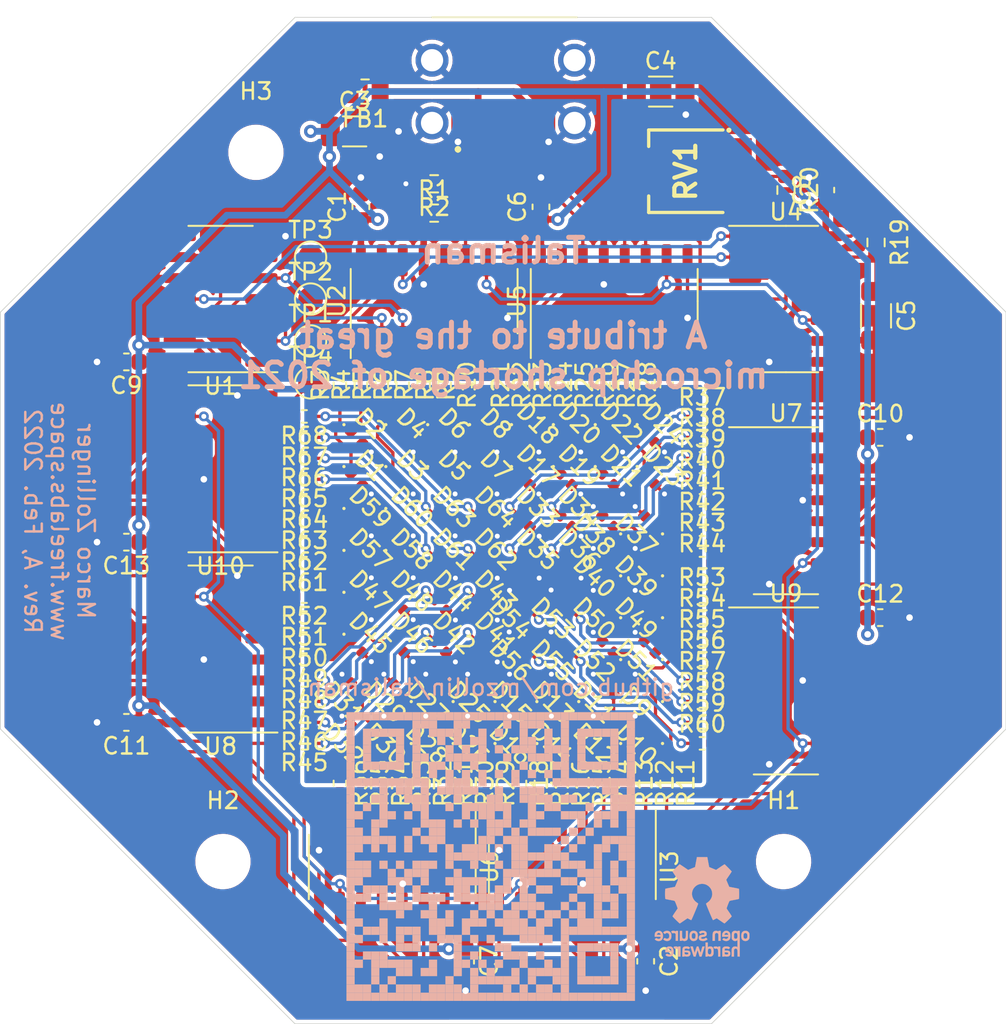
<source format=kicad_pcb>
(kicad_pcb (version 20211014) (generator pcbnew)
  (layers (0 "F.Cu" signal) (31 "B.Cu" signal) (34 "B.Paste" user) (35 "F.Paste" user) (36 "B.SilkS" user "B.Silkscreen") (37 "F.SilkS" user "F.Silkscreen") (38 "B.Mask" user) (39 "F.Mask" user) (44 "Edge.Cuts" user))
  (net 0 "")
  (net 1 "+5V")
  (net 2 "GND")
  (net 3 "Net-(C4-Pad1)")
  (net 4 "Net-(C5-Pad1)")
  (net 5 "Net-(D1-Pad1)")
  (net 6 "Net-(D2-Pad1)")
  (net 7 "Net-(D3-Pad1)")
  (net 8 "Net-(D4-Pad1)")
  (net 9 "Net-(D5-Pad1)")
  (net 10 "Net-(D6-Pad1)")
  (net 11 "Net-(D7-Pad1)")
  (net 12 "Net-(D8-Pad1)")
  (net 13 "Net-(D9-Pad1)")
  (net 14 "Net-(D10-Pad1)")
  (net 15 "Net-(D11-Pad1)")
  (net 16 "Net-(D12-Pad1)")
  (net 17 "Net-(D13-Pad1)")
  (net 18 "Net-(D14-Pad1)")
  (net 19 "Net-(D15-Pad1)")
  (net 20 "Net-(D16-Pad1)")
  (net 21 "Net-(D17-Pad1)")
  (net 22 "Net-(D18-Pad1)")
  (net 23 "Net-(D19-Pad1)")
  (net 24 "Net-(D20-Pad1)")
  (net 25 "Net-(D21-Pad1)")
  (net 26 "Net-(D22-Pad1)")
  (net 27 "Net-(D23-Pad1)")
  (net 28 "Net-(D24-Pad1)")
  (net 29 "Net-(D25-Pad1)")
  (net 30 "Net-(D26-Pad1)")
  (net 31 "Net-(D27-Pad1)")
  (net 32 "Net-(D28-Pad1)")
  (net 33 "Net-(D29-Pad1)")
  (net 34 "Net-(D30-Pad1)")
  (net 35 "Net-(D31-Pad1)")
  (net 36 "Net-(D32-Pad1)")
  (net 37 "Net-(D33-Pad1)")
  (net 38 "Net-(D34-Pad1)")
  (net 39 "Net-(D35-Pad1)")
  (net 40 "Net-(D36-Pad1)")
  (net 41 "Net-(D37-Pad1)")
  (net 42 "Net-(D38-Pad1)")
  (net 43 "Net-(D39-Pad1)")
  (net 44 "Net-(D40-Pad1)")
  (net 45 "Net-(D41-Pad1)")
  (net 46 "Net-(D42-Pad1)")
  (net 47 "Net-(D43-Pad1)")
  (net 48 "Net-(D44-Pad1)")
  (net 49 "Net-(D45-Pad1)")
  (net 50 "Net-(D46-Pad1)")
  (net 51 "Net-(D47-Pad1)")
  (net 52 "Net-(D48-Pad1)")
  (net 53 "Net-(D49-Pad1)")
  (net 54 "Net-(D50-Pad1)")
  (net 55 "Net-(D51-Pad1)")
  (net 56 "Net-(D52-Pad1)")
  (net 57 "Net-(D53-Pad1)")
  (net 58 "Net-(D54-Pad1)")
  (net 59 "Net-(D55-Pad1)")
  (net 60 "Net-(D56-Pad1)")
  (net 61 "Net-(D57-Pad1)")
  (net 62 "Net-(D58-Pad1)")
  (net 63 "Net-(D59-Pad1)")
  (net 64 "Net-(D60-Pad1)")
  (net 65 "Net-(D61-Pad1)")
  (net 66 "Net-(D62-Pad1)")
  (net 67 "Net-(D63-Pad1)")
  (net 68 "Net-(D64-Pad1)")
  (net 69 "Net-(J1-PadA5)")
  (net 70 "Net-(J1-PadB5)")
  (net 71 "/TAP1")
  (net 72 "Net-(R4-Pad2)")
  (net 73 "/TAP2")
  (net 74 "/TAP3")
  (net 75 "Net-(R7-Pad2)")
  (net 76 "Net-(R8-Pad2)")
  (net 77 "Net-(R9-Pad2)")
  (net 78 "Net-(R10-Pad2)")
  (net 79 "Net-(R11-Pad2)")
  (net 80 "Net-(R12-Pad2)")
  (net 81 "Net-(R13-Pad2)")
  (net 82 "Net-(R14-Pad2)")
  (net 83 "Net-(R15-Pad2)")
  (net 84 "Net-(R16-Pad2)")
  (net 85 "Net-(R17-Pad2)")
  (net 86 "Net-(R18-Pad2)")
  (net 87 "Net-(R20-Pad1)")
  (net 88 "Net-(R20-Pad2)")
  (net 89 "Net-(R21-Pad2)")
  (net 90 "Net-(R22-Pad2)")
  (net 91 "Net-(R23-Pad2)")
  (net 92 "Net-(R24-Pad2)")
  (net 93 "Net-(R25-Pad2)")
  (net 94 "Net-(R26-Pad2)")
  (net 95 "Net-(R27-Pad2)")
  (net 96 "Net-(R28-Pad2)")
  (net 97 "Net-(R29-Pad2)")
  (net 98 "Net-(R30-Pad2)")
  (net 99 "Net-(R31-Pad2)")
  (net 100 "Net-(R32-Pad2)")
  (net 101 "Net-(R33-Pad2)")
  (net 102 "Net-(R34-Pad2)")
  (net 103 "Net-(R35-Pad2)")
  (net 104 "Net-(R36-Pad2)")
  (net 105 "Net-(R37-Pad2)")
  (net 106 "Net-(R38-Pad2)")
  (net 107 "Net-(R39-Pad2)")
  (net 108 "Net-(R40-Pad2)")
  (net 109 "Net-(R41-Pad2)")
  (net 110 "Net-(R42-Pad2)")
  (net 111 "Net-(R43-Pad2)")
  (net 112 "Net-(R44-Pad2)")
  (net 113 "Net-(R45-Pad2)")
  (net 114 "Net-(R46-Pad2)")
  (net 115 "Net-(R47-Pad2)")
  (net 116 "Net-(R48-Pad2)")
  (net 117 "Net-(R49-Pad2)")
  (net 118 "Net-(R50-Pad2)")
  (net 119 "Net-(R51-Pad2)")
  (net 120 "Net-(R52-Pad2)")
  (net 121 "Net-(R53-Pad2)")
  (net 122 "Net-(R54-Pad2)")
  (net 123 "Net-(R55-Pad2)")
  (net 124 "Net-(R56-Pad2)")
  (net 125 "Net-(R57-Pad2)")
  (net 126 "Net-(R58-Pad2)")
  (net 127 "Net-(R59-Pad2)")
  (net 128 "Net-(R60-Pad2)")
  (net 129 "Net-(R61-Pad2)")
  (net 130 "Net-(R62-Pad2)")
  (net 131 "Net-(R63-Pad2)")
  (net 132 "Net-(R64-Pad2)")
  (net 133 "Net-(R65-Pad2)")
  (net 134 "Net-(R66-Pad2)")
  (net 135 "Net-(R67-Pad2)")
  (net 136 "/TAP4")
  (net 137 "Net-(U1-Pad3)")
  (net 138 "Net-(U1-Pad12)")
  (net 140 "Net-(U1-Pad11)")
  (net 141 "Net-(U2-Pad9)")
  (net 142 "/~{POR}")
  (net 143 "/CLK")
  (net 144 "/DIN")
  (net 145 "Net-(U3-Pad9)")
  (net 146 "Net-(U3-Pad14)")
  (net 148 "Net-(U4-Pad11)")
  (net 149 "Net-(U5-Pad9)")
  (net 150 "Net-(U6-Pad9)")
  (net 151 "Net-(U7-Pad9)")
  (net 152 "Net-(U10-Pad14)")
  (net 154 "Net-(FB1-Pad1)")
  (footprint "MountingHole:MountingHole_2.7mm_M2.5" (layer "F.Cu") (at 179.052 92)
    (fp_text reference "H1")
    (fp_text value "MountingHole")
  )
  (footprint "Resistor_SMD:R_0402_1005Metric" (layer "F.Cu") (at 158.494 63.119 90)
    (fp_text reference "R8")
    (fp_text value "470")
  )
  (footprint "LED_SMD:LED_0402_1005Metric" (layer "F.Cu") (at 168.4 71.374 135)
    (fp_text reference "D38")
    (fp_text value "LED_Small")
  )
  (footprint "Resistor_SMD:R_0402_1005Metric" (layer "F.Cu") (at 157.224 63.119 90)
    (fp_text reference "R7")
    (fp_text value "470")
  )
  (footprint "Capacitor_SMD:C_0603_1608Metric" (layer "F.Cu") (at 139.192 83.566 180)
    (fp_text reference "C11")
    (fp_text value "100n")
  )
  (footprint "LED_SMD:LED_0402_1005Metric" (layer "F.Cu") (at 170.94 78.994 135)
    (fp_text reference "D51")
    (fp_text value "LED_Small")
  )
  (footprint "Resistor_SMD:R_0402_1005Metric" (layer "F.Cu") (at 174.115 65.024)
    (fp_text reference "R37")
    (fp_text value "470")
  )
  (footprint "LED_SMD:LED_0402_1005Metric" (layer "F.Cu") (at 170.94 71.374 135)
    (fp_text reference "D37")
    (fp_text value "LED_Small")
  )
  (footprint "TestPoint:TestPoint_Pad_D1.5mm" (layer "F.Cu") (at 150.368 55.372)
    (fp_text reference "TP3")
    (fp_text value "TestPoint_Probe")
  )
  (footprint "LED_SMD:LED_0402_1005Metric" (layer "F.Cu") (at 160.78 84.074 135)
    (fp_text reference "D26")
    (fp_text value "LED_Small")
  )
  (footprint "Resistor_SMD:R_0603_1608Metric" (layer "F.Cu") (at 184.658 54.483 -90)
    (fp_text reference "R19")
    (fp_text value "5k1")
  )
  (footprint "LED_SMD:LED_0402_1005Metric" (layer "F.Cu") (at 163.32 68.834 -45)
    (fp_text reference "D17")
    (fp_text value "LED_Small")
  )
  (footprint "TestPoint:TestPoint_Pad_D1.5mm" (layer "F.Cu") (at 150.368 60.452)
    (fp_text reference "TP1")
    (fp_text value "TestPoint_Probe")
  )
  (footprint "Resistor_SMD:R_0402_1005Metric" (layer "F.Cu") (at 170.686 87.249 -90)
    (fp_text reference "R12")
    (fp_text value "470")
  )
  (footprint "Resistor_SMD:R_0402_1005Metric" (layer "F.Cu") (at 174.115 66.294)
    (fp_text reference "R38")
    (fp_text value "470")
  )
  (footprint "LED_SMD:LED_0402_1005Metric" (layer "F.Cu") (at 153.16 73.914 -45)
    (fp_text reference "D57")
    (fp_text value "LED_Small")
  )
  (footprint "LED_SMD:LED_0402_1005Metric" (layer "F.Cu") (at 160.78 66.294 -45)
    (fp_text reference "D8")
    (fp_text value "LED_Small")
  )
  (footprint "LED_SMD:LED_0402_1005Metric" (layer "F.Cu") (at 153.16 78.994 -45)
    (fp_text reference "D45")
    (fp_text value "LED_Small")
  )
  (footprint "LED_SMD:LED_0402_1005Metric" (layer "F.Cu") (at 153.16 81.534 135)
    (fp_text reference "D31")
    (fp_text value "LED_Small")
  )
  (footprint "Resistor_SMD:R_0402_1005Metric" (layer "F.Cu") (at 174.115 70.104)
    (fp_text reference "R41")
    (fp_text value "470")
  )
  (footprint "LED_SMD:LED_0402_1005Metric" (layer "F.Cu") (at 170.94 76.454 135)
    (fp_text reference "D49")
    (fp_text value "LED_Small")
  )
  (footprint "Resistor_SMD:R_0402_1005Metric" (layer "F.Cu") (at 166.876 63.119 90)
    (fp_text reference "R24")
    (fp_text value "470")
  )
  (footprint "LED_SMD:LED_0402_1005Metric" (layer "F.Cu") (at 153.16 76.454 -45)
    (fp_text reference "D47")
    (fp_text value "LED_Small")
  )
  (footprint "MountingHole:MountingHole_2.7mm_M2.5" (layer "F.Cu") (at 147.052 49.022)
    (fp_text reference "H3")
    (fp_text value "MountingHole")
  )
  (footprint "Resistor_SMD:R_0402_1005Metric" (layer "F.Cu") (at 149.987 75.946 180)
    (fp_text reference "R52")
    (fp_text value "470")
  )
  (footprint "Capacitor_SMD:C_0603_1608Metric" (layer "F.Cu") (at 181.61 51.308 90)
    (fp_text reference "C8")
    (fp_text value "100n")
  )
  (footprint "Resistor_SMD:R_0402_1005Metric" (layer "F.Cu") (at 174.115 84.836)
    (fp_text reference "R60")
    (fp_text value "470")
  )
  (footprint "Resistor_SMD:R_0603_1608Metric" (layer "F.Cu") (at 157.861 50.927 180)
    (fp_text reference "R2")
    (fp_text value "5k1")
  )
  (footprint "Resistor_SMD:R_0402_1005Metric" (layer "F.Cu") (at 174.113 78.486)
    (fp_text reference "R55")
    (fp_text value "470")
  )
  (footprint "LED_SMD:LED_0402_1005Metric" (layer "F.Cu") (at 168.4 81.534 135)
    (fp_text reference "D11")
    (fp_text value "LED_Small")
  )
  (footprint "LED_SMD:LED_0402_1005Metric" (layer "F.Cu") (at 158.24 84.074 135)
    (fp_text reference "D28")
    (fp_text value "LED_Small")
  )
  (footprint "LED_SMD:LED_0402_1005Metric" (layer "F.Cu") (at 165.86 71.374 -45)
    (fp_text reference "D34")
    (fp_text value "LED_Small")
  )
  (footprint "Resistor_SMD:R_0402_1005Metric" (layer "F.Cu") (at 149.987 72.644 180)
    (fp_text reference "R62")
    (fp_text value "470")
  )
  (footprint "LED_SMD:LED_0402_1005Metric" (layer "F.Cu") (at 160.78 68.834 -45)
    (fp_text reference "D7")
    (fp_text value "LED_Small")
  )
  (footprint "LED_SMD:LED_0402_1005Metric" (layer "F.Cu") (at 170.94 84.074 135)
    (fp_text reference "D10")
    (fp_text value "LED_Small")
  )
  (footprint "Resistor_SMD:R_0402_1005Metric" (layer "F.Cu") (at 152.144 63.119 90)
    (fp_text reference "R3")
    (fp_text value "470")
  )
  (footprint "LED_SMD:LED_0402_1005Metric" (layer "F.Cu") (at 170.94 73.914 135)
    (fp_text reference "D39")
    (fp_text value "LED_Small")
  )
  (footprint "Resistor_SMD:R_0402_1005Metric" (layer "F.Cu") (at 169.416 63.119 90)
    (fp_text reference "R26")
    (fp_text value "470")
  )
  (footprint "Capacitor_SMD:C_0603_1608Metric" (layer "F.Cu") (at 170.688 98.044 -90)
    (fp_text reference "C2")
    (fp_text value "100n")
  )
  (footprint "Resistor_SMD:R_0402_1005Metric" (layer "F.Cu") (at 149.987 70.104 180)
    (fp_text reference "R64")
    (fp_text value "470")
  )
  (footprint "Resistor_SMD:R_0402_1005Metric" (layer "F.Cu") (at 149.987 66.294 180)
    (fp_text reference "R67")
    (fp_text value "470")
  )
  (footprint "Capacitor_SMD:C_0603_1608Metric" (layer "F.Cu") (at 184.912 77.216)
    (fp_text reference "C12")
    (fp_text value "100n")
  )
  (footprint "LED_SMD:LED_0402_1005Metric" (layer "F.Cu") (at 165.86 78.994 135)
    (fp_text reference "D55")
    (fp_text value "LED_Small")
  )
  (footprint "Capacitor_SMD:C_0603_1608Metric" (layer "F.Cu") (at 139.192 72.644 180)
    (fp_text reference "C13")
    (fp_text value "100n")
  )
  (footprint "LED_SMD:LED_0402_1005Metric" (layer "F.Cu") (at 170.94 68.834 -45)
    (fp_text reference "D23")
    (fp_text value "LED_Small")
  )
  (footprint "Package_SO:SOIC-16_3.9x9.9mm_P1.27mm" (layer "F.Cu") (at 168.781 58.039 90)
    (fp_text reference "U5")
    (fp_text value "74HC595")
  )
  (footprint "Resistor_SMD:R_0402_1005Metric" (layer "F.Cu") (at 149.987 73.914 180)
    (fp_text reference "R61")
    (fp_text value "470")
  )
  (footprint "Resistor_SMD:R_0402_1005Metric" (layer "F.Cu") (at 174.113 77.216)
    (fp_text reference "R54")
    (fp_text value "470")
  )
  (footprint "LED_SMD:LED_0402_1005Metric" (layer "F.Cu") (at 153.16 68.834 -45)
    (fp_text reference "D1")
    (fp_text value "LED_Small")
  )
  (footprint "TestPoint:TestPoint_Pad_D1.5mm" (layer "F.Cu") (at 150.368 62.992)
    (fp_text reference "TP4")
    (fp_text value "TestPoint_Probe")
  )
  (footprint "LED_SMD:LED_0402_1005Metric" (layer "F.Cu") (at 168.4 66.294 -45)
    (fp_text reference "D22")
    (fp_text value "LED_Small")
  )
  (footprint "Resistor_SMD:R_0603_1608Metric" (layer "F.Cu") (at 179.197 51.308 -90)
    (fp_text reference "R20")
    (fp_text value "5k1")
  )
  (footprint "Capacitor_SMD:C_0603_1608Metric" (layer "F.Cu") (at 153.416 52.324 90)
    (fp_text reference "C1")
    (fp_text value "100n")
  )
  (footprint "Package_SO:SOIC-16_3.9x9.9mm_P1.27mm" (layer "F.Cu") (at 144.907 79.121 180)
    (fp_text reference "U8")
    (fp_text value "74HC595")
  )
  (footprint "Capacitor_SMD:C_1206_3216Metric" (layer "F.Cu") (at 184.658 58.928 -90)
    (fp_text reference "C5")
    (fp_text value "22u")
  )
  (footprint "LED_SMD:LED_0402_1005Metric" (layer "F.Cu") (at 165.86 81.534 135)
    (fp_text reference "D13")
    (fp_text value "LED_Small")
  )
  (footprint "Resistor_SMD:R_0402_1005Metric" (layer "F.Cu") (at 174.113 75.946)
    (fp_text reference "R53")
    (fp_text value "470")
  )
  (footprint "Resistor_SMD:R_0402_1005Metric" (layer "F.Cu") (at 149.987 82.296 180)
    (fp_text reference "R47")
    (fp_text value "470")
  )
  (footprint "Resistor_SMD:R_0402_1005Metric" (layer "F.Cu") (at 155.954 87.249 -90)
    (fp_text reference "R33")
    (fp_text value "470")
  )
  (footprint "LED_SMD:LED_0402_1005Metric" (layer "F.Cu") (at 165.86 66.294 -45)
    (fp_text reference "D20")
    (fp_text value "LED_Small")
  )
  (footprint "Resistor_SMD:R_0402_1005Metric" (layer "F.Cu") (at 153.414 63.119 90)
    (fp_text reference "R4")
    (fp_text value "470")
  )
  (footprint "LED_SMD:LED_0402_1005Metric" (layer "F.Cu") (at 155.7 76.454 -45)
    (fp_text reference "D48")
    (fp_text value "LED_Small")
  )
  (footprint "Resistor_SMD:R_0402_1005Metric" (layer "F.Cu") (at 149.987 79.756 180)
    (fp_text reference "R49")
    (fp_text value "470")
  )
  (footprint "LED_SMD:LED_0402_1005Metric" (layer "F.Cu") (at 168.4 76.454 135)
    (fp_text reference "D50")
    (fp_text value "LED_Small")
  )
  (footprint "Capacitor_SMD:C_0603_1608Metric" (layer "F.Cu") (at 184.912 66.294)
    (fp_text reference "C10")
    (fp_text value "100n")
  )
  (footprint "Resistor_SMD:R_0402_1005Metric" (layer "F.Cu") (at 174.115 67.564)
    (fp_text reference "R39")
    (fp_text value "470")
  )
  (footprint "LED_SMD:LED_0402_1005Metric" (layer "F.Cu") (at 163.32 66.294 -45)
    (fp_text reference "D18")
    (fp_text value "LED_Small")
  )
  (footprint "Resistor_SMD:R_0402_1005Metric" (layer "F.Cu") (at 170.686 63.119 90)
    (fp_text reference "R27")
    (fp_text value "470")
  )
  (footprint "usb-c2:TYPEC31M17" (layer "F.Cu") (at 162.052 45.34 180)
    (fp_text reference "J1" hide)
    (fp_text value "USB_C_Receptacle_Power" hide)
  )
  (footprint "LED_SMD:LED_0402_1005Metric" (layer "F.Cu") (at 160.78 81.534 135)
    (fp_text reference "D25")
    (fp_text value "LED_Small")
  )
  (footprint "Resistor_SMD:R_0402_1005Metric" (layer "F.Cu") (at 149.987 81.026 180)
    (fp_text reference "R48")
    (fp_text value "470")
  )
  (footprint "LED_SMD:LED_0402_1005Metric" (layer "F.Cu") (at 163.32 76.454 135)
    (fp_text reference "D54")
    (fp_text value "LED_Small")
  )
  (footprint "Resistor_SMD:R_0402_1005Metric" (layer "F.Cu") (at 166.876 87.249 -90)
    (fp_text reference "R15")
    (fp_text value "470")
  )
  (footprint "Resistor_SMD:R_0402_1005Metric" (layer "F.Cu") (at 164.336 63.119 90)
    (fp_text reference "R22")
    (fp_text value "470")
  )
  (footprint "Resistor_SMD:R_0402_1005Metric" (layer "F.Cu") (at 168.146 63.119 90)
    (fp_text reference "R25")
    (fp_text value "470")
  )
  (footprint "Resistor_SMD:R_0402_1005Metric" (layer "F.Cu") (at 158.494 87.249 -90)
    (fp_text reference "R31")
    (fp_text value "470")
  )
  (footprint "Resistor_SMD:R_0402_1005Metric" (layer "F.Cu") (at 159.764 87.249 -90)
    (fp_text reference "R30")
    (fp_text value "470")
  )
  (footprint "Resistor_SMD:R_0402_1005Metric" (layer "F.Cu") (at 174.113 83.566)
    (fp_text reference "R59")
    (fp_text value "470")
  )
  (footprint "LED_SMD:LED_0402_1005Metric" (layer "F.Cu") (at 158.24 68.834 -45)
    (fp_text reference "D5")
    (fp_text value "LED_Small")
  )
  (footprint "LED_SMD:LED_0402_1005Metric" (layer "F.Cu") (at 168.4 84.074 135)
    (fp_text reference "D12")
    (fp_text value "LED_Small")
  )
  (footprint "LED_SMD:LED_0402_1005Metric" (layer "F.Cu") (at 168.4 73.914 135)
    (fp_text reference "D40")
    (fp_text value "LED_Small")
  )
  (footprint "Resistor_SMD:R_0402_1005Metric" (layer "F.Cu") (at 174.115 68.834)
    (fp_text reference "R40")
    (fp_text value "470")
  )
  (footprint "Resistor_SMD:R_0402_1005Metric" (layer "F.Cu") (at 174.113 81.026)
    (fp_text reference "R57")
    (fp_text value "470")
  )
  (footprint "Resistor_SMD:R_0402_1005Metric" (layer "F.Cu") (at 165.606 63.119 90)
    (fp_text reference "R23")
    (fp_text value "470")
  )
  (footprint "LED_SMD:LED_0402_1005Metric" (layer "F.Cu") (at 163.32 84.074 135)
    (fp_text reference "D16")
    (fp_text value "LED_Small")
  )
  (footprint "LED_SMD:LED_0402_1005Metric" (layer "F.Cu") (at 158.24 76.454 -45)
    (fp_text reference "D44")
    (fp_text value "LED_Small")
  )
  (footprint "LED_SMD:LED_0402_1005Metric" (layer "F.Cu") (at 160.78 78.994 -45)
    (fp_text reference "D41")
    (fp_text value "LED_Small")
  )
  (footprint "Package_SO:SOIC-14_3.9x8.7mm_P1.27mm" (layer "F.Cu") (at 144.907 57.912 180)
    (fp_text reference "U1")
    (fp_text value "74HC86")
  )
  (footprint "LED_SMD:LED_0402_1005Metric" (layer "F.Cu") (at 170.94 66.294 -45)
    (fp_text reference "D24")
    (fp_text value "LED_Small")
  )
  (footprint "Resistor_SMD:R_0603_1608Metric" (layer "F.Cu") (at 157.861 52.705)
    (fp_text reference "R1")
    (fp_text value "5k1")
  )
  (footprint "Resistor_SMD:R_0402_1005Metric" (layer "F.Cu") (at 163.066 87.249 -90)
    (fp_text reference "R18")
    (fp_text value "470")
  )
  (footprint "LED_SMD:LED_0402_1005Metric" (layer "F.Cu") (at 165.86 76.454 135)
    (fp_text reference "D53")
    (fp_text value "LED_Small")
  )
  (footprint "Package_SO:SOIC-16_3.9x9.9mm_P1.27mm" (layer "F.Cu") (at 166.241 92.329 -90)
    (fp_text reference "U3")
    (fp_text value "74HC595")
  )
  (footprint "LED_SMD:LED_0402_1005Metric" (layer "F.Cu") (at 158.24 66.294 -45)
    (fp_text reference "D6")
    (fp_text value "LED_Small")
  )
  (footprint "TestPoint:TestPoint_Pad_D1.5mm" (layer "F.Cu") (at 150.368 57.912)
    (fp_text reference "TP2")
    (fp_text value "TestPoint_Probe")
  )
  (footprint "Package_SO:SOIC-16_3.9x9.9mm_P1.27mm" (layer "F.Cu") (at 155.319 92.329 -90)
    (fp_text reference "U6")
    (fp_text value "74HC595")
  )
  (footprint "LED_SMD:LED_0402_1005Metric" (layer "F.Cu") (at 165.86 84.074 135)
    (fp_text reference "D14")
    (fp_text value "LED_Small")
  )
  (footprint "Resistor_SMD:R_0402_1005Metric" (layer "F.Cu") (at 165.606 87.249 -90)
    (fp_text reference "R16")
    (fp_text value "470")
  )
  (footprint "Package_SO:SOIC-16_3.9x9.9mm_P1.27mm" (layer "F.Cu") (at 179.195 70.739)
    (fp_text reference "U7")
    (fp_text value "74HC595")
  )
  (footprint "Resistor_SMD:R_0402_1005Metric" (layer "F.Cu") (at 149.987 77.216 180)
    (fp_text reference "R51")
    (fp_text value "470")
  )
  (footprint "LED_SMD:LED_0402_1005Metric" (layer "F.Cu") (at 163.32 73.914 -45)
    (fp_text reference "D35")
    (fp_text value "LED_Small")
  )
  (footprint "LED_SMD:LED_0402_1005Metric" (layer "F.Cu") (at 168.4 68.834 -45)
    (fp_text reference "D21")
    (fp_text value "LED_Small")
  )
  (footprint "Capacitor_SMD:C_0603_1608Metric" (layer "F.Cu") (at 139.192 61.722 180)
    (fp_text reference "C9")
    (fp_text value "100n")
  )
  (footprint "LED_SMD:LED_0402_1005Metric" (layer "F.Cu") (at 160.78 73.914 -45)
    (fp_text reference "D62")
    (fp_text value "LED_Small")
  )
  (footprint "LED_SMD:LED_0402_1005Metric" (layer "F.Cu") (at 155.7 66.294 -45)
    (fp_text reference "D4")
    (fp_text value "LED_Small")
  )
  (footprint "Resistor_SMD:R_0402_1005Metric" (layer "F.Cu") (at 157.224 87.249 -90)
    (fp_text reference "R32")
    (fp_text value "470")
  )
  (footprint "Resistor_SMD:R_0402_1005Metric" (layer "F.Cu") (at 149.987 65.024 180)
    (fp_text reference "R68")
    (fp_text value "470")
  )
  (footprint "Resistor_SMD:R_0402_1005Metric" (layer "F.Cu") (at 174.113 82.296)
    (fp_text reference "R58")
    (fp_text value "470")
  )
  (footprint "Resistor_SMD:R_0402_1005Metric" (layer "F.Cu") (at 174.115 73.914)
    (fp_text reference "R44")
    (fp_text value "470")
  )
  (footprint "Resistor_SMD:R_0402_1005Metric" (layer "F.Cu") (at 174.117 71.374)
    (fp_text reference "R42")
    (fp_text value "470")
  )
  (footprint "LED_SMD:LED_0402_1005Metric" (layer "F.Cu") (at 153.16 71.374 -45)
    (fp_text reference "D59")
    (fp_text value "LED_Small")
  )
  (footprint "Resistor_SMD:R_0402_1005Metric" (layer "F.Cu") (at 174.113 79.756)
    (fp_text reference "R56")
    (fp_text value "470")
  )
  (footprint "Resistor_SMD:R_0402_1005Metric" (layer "F.Cu") (at 171.956 87.249 -90)
    (fp_text reference "R11")
    (fp_text value "470")
  )
  (footprint "Resistor_SMD:R_0402_1005Metric" (layer "F.Cu") (at 152.144 87.249 -90)
    (fp_text reference "R36")
    (fp_text value "470")
  )
  (footprint "LED_SMD:LED_0402_1005Metric" (layer "F.Cu") (at 160.78 76.454 -45)
    (fp_text reference "D43")
    (fp_text value "LED_Small")
  )
  (footprint "LED_SMD:LED_0402_1005Metric" (layer "F.Cu") (at 158.24 73.914 -45)
    (fp_text reference "D61")
    (fp_text value "LED_Small")
  )
  (footprint "Capacitor_SMD:C_0603_1608Metric" (layer "F.Cu") (at 164.338 52.324 90)
    (fp_text reference "C6")
    (fp_text value "100n")
  )
  (footprint "Resistor_SMD:R_0402_1005Metric" (layer "F.Cu") (at 168.146 87.249 -90)
    (fp_text reference "R14")
    (fp_text value "470")
  )
  (footprint "Resistor_SMD:R_0402_1005Metric" (layer "F.Cu") (at 149.987 84.836 180)
    (fp_text reference "R45")
    (fp_text value "470")
  )
  (footprint "G43 trimmer:G43BTB103" (layer "F.Cu") (at 173.121 50.165 90)
    (fp_text reference "RV1")
    (fp_text value "100k" hide)
  )
  (footprint "Resistor_SMD:R_0402_1005Metric" (layer "F.Cu") (at 161.034 63.119 90)
    (fp_text reference "R10")
    (fp_text value "470")
  )
  (footprint "Resistor_SMD:R_0402_1005Metric" (layer "F.Cu") (at 154.684 87.249 -90)
    (fp_text reference "R34")
    (fp_text value "470")
  )
  (footprint "Capacitor_SMD:C_1206_3216Metric" (layer "F.Cu") (at 153.035 47.752)
    (fp_text reference "C3")
    (fp_text value "22u")
  )
  (footprint "LED_SMD:LED_0402_1005Metric" (layer "F.Cu") (at 168.4 78.994 135)
    (fp_text reference "D52")
    (fp_text value "LED_Small")
  )
  (footprint "LED_SMD:LED_0402_1005Metric" (layer "F.Cu") (at 160.78 71.374 -45)
    (fp_text reference "D64")
    (fp_text value "LED_Small")
  )
  (footprint "LED_SMD:LED_0402_1005Metric" (layer "F.Cu") (at 158.24 71.374 -45)
    (fp_text reference "D63")
    (fp_text value "LED_Small")
  )
  (footprint "LED_SMD:LED_0402_1005Metric" (layer "F.Cu") (at 155.7 84.074 135)
    (fp_text reference "D30")
    (fp_text value "LED_Small")
  )
  (footprint "Resistor_SMD:R_0402_1005Metric" (layer "F.Cu") (at 149.987 67.564 180)
    (fp_text reference "R66")
    (fp_text value "470")
  )
  (footprint "Resistor_SMD:R_0402_1005Metric" (layer "F.Cu") (at 149.987 68.834 180)
    (fp_text reference "R65")
    (fp_text value "470")
  )
  (footprint "Resistor_SMD:R_0402_1005Metric" (layer "F.Cu") (at 155.954 63.119 90)
    (fp_text reference "R6")
    (fp_text value "470")
  )
  (footprint "Capacitor_SMD:C_0603_1608Metric" (layer "F.Cu") (at 159.766 98.044 -90)
    (fp_text reference "C7")
    (fp_text value "100n")
  )
  (footprint "LED_SMD:LED_0402_1005Metric" (layer "F.Cu") (at 155.7 81.534 135)
    (fp_text reference "D29")
    (fp_text value "LED_Small")
  )
  (footprint "LED_SMD:LED_0402_1005Metric" (layer "F.Cu") (at 155.7 73.914 -45)
    (fp_text reference "D58")
    (fp_text value "LED_Small")
  )
  (footprint "Resistor_SMD:R_0402_1005Metric" (layer "F.Cu") (at 171.956 63.119 90)
    (fp_text reference "R28")
    (fp_text value "470")
  )
  (footprint "LED_SMD:LED_0402_1005Metric" (layer "F.Cu") (at 165.86 68.834 -45)
    (fp_text reference "D19")
    (fp_text value "LED_Small")
  )
  (footprint "Resistor_SMD:R_0402_1005Metric" (layer "F.Cu") (at 161.034 87.249 -90)
    (fp_text reference "R29")
    (fp_text value "470")
  )
  (footprint "Package_SO:SOIC-16_3.9x9.9mm_P1.27mm" (layer "F.Cu") (at 179.195 81.661)
    (fp_text reference "U9")
    (fp_text value "74HC595")
  )
  (footprint "LED_SMD:LED_0402_1005Metric" (layer "F.Cu") (at 163.32 71.374 -45)
    (fp_text reference "D33")
    (fp_text value "LED_Small")
  )
  (footprint "Package_SO:SOIC-16_3.9x9.9mm_P1.27mm" (layer "F.Cu") (at 144.907 68.199 180)
    (fp_text reference "U10")
    (fp_text value "74HC595")
  )
  (footprint "LED_SMD:LED_0402_1005Metric" (layer "F.Cu") (at 163.32 81.534 135)
    (fp_text reference "D15")
    (fp_text value "LED_Small")
  )
  (footprint "Resistor_SMD:R_0402_1005Metric" (layer "F.Cu") (at 149.987 78.486 180)
    (fp_text reference "R50")
    (fp_text value "470")
  )
  (footprint "Resistor_SMD:R_0402_1005Metric" (layer "F.Cu") (at 154.684 63.119 90)
    (fp_text reference "R5")
    (fp_text value "470")
  )
  (footprint "LED_SMD:LED_0402_1005Metric" (layer "F.Cu") (at 158.24 78.994 -45)
    (fp_text reference "D42")
    (fp_text value "LED_Small")
  )
  (footprint "github.com_mzollin_talisman" (layer "F.Cu") (at 161.29 91.694)
    (fp_text reference "QR*****" hide)
    (fp_text value "github.com/mzollin/talisman")
  )
  (footprint "Resistor_SMD:R_0402_1005Metric" (layer "F.Cu") (at 174.115 72.644)
    (fp_text reference "R43")
    (fp_text value "470")
  )
  (footprint "Resistor_SMD:R_0402_1005Metric" (layer "F.Cu") (at 169.416 87.247 -90)
    (fp_text reference "R13")
    (fp_text value "470")
  )
  (footprint "LED_SMD:LED_0402_1005Metric" (layer "F.Cu") (at 158.24 81.534 135)
    (fp_text reference "D27")
    (fp_text value "LED_Small")
  )
  (footprint "LED_SMD:LED_0402_1005Metric" (layer "F.Cu") (at 153.16 66.294 -45)
    (fp_text reference "D2")
    (fp_text value "LED_Small")
  )
  (footprint "LED_SMD:LED_0402_1005Metric" (layer "F.Cu") (at 165.86 73.914 -45)
    (fp_text reference "D36")
    (fp_text value "LED_Small")
  )
  (footprint "LED_SMD:LED_0402_1005Metric" (layer "F.Cu") (at 155.7 68.834 -45)
    (fp_text reference "D3")
    (fp_text value "LED_Small")
  )
  (footprint "Resistor_SMD:R_0402_1005Metric" (layer "F.Cu") (at 159.764 63.119 90)
    (fp_text reference "R9")
    (fp_text value "470")
  )
  (footprint "LED_SMD:LED_0402_1005Metric" (layer "F.Cu") (at 163.32 78.994 135)
    (fp_text reference "D56")
    (fp_text value "LED_Small")
  )
  (footprint "LED_SMD:LED_0402_1005Metric" (layer "F.Cu") (at 155.7 71.374 -45)
    (fp_text reference "D60")
    (fp_text value "LED_Small")
  )
  (footprint "Package_SO:SOIC-14_3.9x8.7mm_P1.27mm" (layer "F.Cu") (at 179.197 57.912)
    (fp_text reference "U4")
    (fp_text value "74HC14")
  )
  (footprint "Resistor_SMD:R_0402_1005Metric" (layer "F.Cu") (at 149.987 83.566 180)
    (fp_text reference "R46")
    (fp_text value "470")
  )
  (footprint "Resistor_SMD:R_0402_1005Metric" (layer "F.Cu") (at 149.987 71.374 180)
    (fp_text reference "R63")
    (fp_text value "470")
  )
  (footprint "Resistor_SMD:R_0805_2012Metric" (layer "F.Cu") (at 153.67 45.339 180)
    (fp_text reference "FB1")
    (fp_text value "FerriteBead_Small")
  )
  (footprint "LED_SMD:LED_0402_1005Metric" (layer "F.Cu") (at 170.94 81.534 135)
    (fp_text reference "D9")
    (fp_text value "LED_Small")
  )
  (footprint "Package_SO:SOIC-16_3.9x9.9mm_P1.27mm" (layer "F.Cu") (at 157.859 58.039 90)
    (fp_text reference "U2")
    (fp_text value "74HC595")
  )
  (footprint "Capacitor_SMD:C_1206_3216Metric" (layer "F.Cu") (at 171.597 45.339)
    (fp_text reference "C4")
    (fp_text value "22u")
  )
  (footprint "Resistor_SMD:R_0402_1005Metric" (layer "F.Cu") (at 164.336 87.249 -90)
    (fp_text reference "R17")
    (fp_text value "470")
  )
  (footprint "Resistor_SMD:R_0402_1005Metric" (layer "F.Cu") (at 163.066 63.119 90)
    (fp_text reference "R21")
    (fp_text value "470")
  )
  (footprint "Resistor_SMD:R_0402_1005Metric" (layer "F.Cu") (at 153.414 87.249 -90)
    (fp_text reference "R35")
    (fp_text value "470")
  )
  (footprint "LED_SMD:LED_0402_1005Metric" (layer "F.Cu") (at 155.7 78.994 -45)
    (fp_text reference "D46")
    (fp_text value "LED_Small")
  )
  (footprint "LED_SMD:LED_0402_1005Metric" (layer "F.Cu") (at 153.16 84.074 135)
    (fp_text reference "D32")
    (fp_text value "LED_Small")
  )
  (footprint "MountingHole:MountingHole_2.7mm_M2.5" (layer "F.Cu") (at 145.052 92)
    (fp_text reference "H2")
    (fp_text value "MountingHole")
  )
  (footprint "Symbol:OSHW-Logo_5.7x6mm_SilkScreen" (layer "B.Cu") (at 174.117 94.742 180)
    (fp_text reference "REF**" hide)
    (fp_text value "OSHW-Logo_5.7x6mm_SilkScreen" hide)
  )
  (gr_line (start 131.554776 83.967224) (end 131.554776 58.706224) (layer "Edge.Cuts") (width 0.05))
  (gr_line (start 174.678 40.844) (end 192.540224 58.706224) (layer "Edge.Cuts") (width 0.05))
  (gr_line (start 192.540224 83.967224) (end 192.540224 58.706224) (layer "Edge.Cuts") (width 0.05))
  (gr_line (start 131.554776 58.706224) (end 149.417 40.844) (layer "Edge.Cuts") (width 0.05))
  (gr_line (start 149.417 101.829448) (end 131.554776 83.967224) (layer "Edge.Cuts") (width 0.05))
  (gr_line (start 174.678 101.829448) (end 192.540224 83.967224) (layer "Edge.Cuts") (width 0.05))
  (gr_line (start 149.417 101.829448) (end 174.678 101.829448) (layer "Edge.Cuts") (width 0.05))
  (gr_line (start 149.417 40.844) (end 174.678 40.844) (layer "Edge.Cuts") (width 0.05))
  (gr_text "Marco Zollinger\nwww.freelabs.space\nRev. A, Feb. 2022" (at 135.128 71.374 270) (layer "B.SilkS") (effects (font (size 1 1)) (justify mirror)))
  (gr_text "A tribute to the great\nmicrochip shortage of 2021" (at 162.052 61.341) (layer "B.SilkS") (effects (font (size 1.5 1.5) (thickness 0.3)) (justify mirror)))
  (gr_text "Talisman" (at 162.052 54.991) (layer "B.SilkS") (effects (font (size 1.5 1.5) (thickness 0.3)) (justify mirror)))
  (segment (start 159.753 97.282) (end 159.766 97.269) (width 0.4) (layer "F.Cu") (net 1))
  (segment (start 162.977053 83.731053) (end 162.431 83.185) (width 0.2) (layer "F.Cu") (net 1))
  (segment (start 181.597 52.07) (end 181.61 52.083) (width 0.4) (layer "F.Cu") (net 1))
  (segment (start 158.75 97.282) (end 159.753 97.282) (width 0.4) (layer "F.Cu") (net 1))
  (segment (start 139.954 82.55) (end 139.954 83.553) (width 0.4) (layer "F.Cu") (net 1))
  (segment (start 164.228026 72.282026) (end 163.681973 71.735973) (width 0.2) (layer "F.Cu") (net 1))
  (segment (start 151.56 46.5365) (end 152.7575 45.339) (width 0.4) (layer "F.Cu") (net 1))
  (segment (start 151.511 49.276) (end 151.511 47.801) (width 0.4) (layer "F.Cu") (net 1))
  (segment (start 161.669 67.183) (end 161.122947 66.636947) (width 0.2) (layer "F.Cu") (net 1))
  (segment (start 156.589 67.183) (end 156.042947 66.636947) (width 0.2) (layer "F.Cu") (net 1))
  (segment (start 170.051 75.565) (end 170.597053 76.111053) (width 0.2) (layer "F.Cu") (net 1))
  (segment (start 156.589 69.723) (end 156.042947 69.176947) (width 0.2) (layer "F.Cu") (net 1))
  (segment (start 154.049 74.803) (end 153.502947 74.256947) (width 0.2) (layer "F.Cu") (net 1))
  (segment (start 171.829 69.723) (end 171.282947 69.176947) (width 0.2) (layer "F.Cu") (net 1))
  (segment (start 161.688026 74.822026) (end 161.141973 74.275973) (width 0.2) (layer "F.Cu") (net 1))
  (segment (start 139.954 60.706) (end 139.954 61.709) (width 0.4) (layer "F.Cu") (net 1))
  (segment (start 170.051 70.485) (end 170.597053 71.031053) (width 0.2) (layer "F.Cu") (net 1))
  (segment (start 164.209 67.183) (end 163.662947 66.636947) (width 0.2) (layer "F.Cu") (net 1))
  (segment (start 165.498026 76.092026) (end 164.951973 75.545973) (width 0.2) (layer "F.Cu") (net 1))
  (segment (start 165.517053 81.191053) (end 164.971 80.645) (width 0.2) (layer "F.Cu") (net 1))
  (segment (start 155.357053 83.731053) (end 154.811 83.185) (width 0.2) (layer "F.Cu") (net 1))
  (segment (start 164.336 55.564) (end 164.336 53.101) (width 0.4) (layer "F.Cu") (net 1))
  (segment (start 168.057053 81.191053) (end 167.511 80.645) (width 0.2) (layer "F.Cu") (net 1))
  (segment (start 169.672 97.282) (end 170.675 97.282) (width 0.4) (layer "F.Cu") (net 1))
  (segment (start 154.049 67.183) (end 153.502947 66.636947) (width 0.2) (layer "F.Cu") (net 1))
  (segment (start 184.15 67.31) (end 184.15 66.307) (width 0.4) (layer "F.Cu") (net 1))
  (segment (start 166.749 69.723) (end 166.202947 69.176947) (width 0.2) (layer "F.Cu") (net 1))
  (segment (start 153.414 53.101) (end 153.416 53.099) (width 0.4) (layer "F.Cu") (net 1))
  (segment (start 171.829 67.183) (end 171.282947 66.636947) (width 0.2) (layer "F.Cu") (net 1))
  (segment (start 159.148026 79.902026) (end 158.601973 79.355973) (width 0.2) (layer "F.Cu") (net 1))
  (segment (start 183.578 53.658) (end 184.658 53.658) (width 0.2) (layer "F.Cu") (net 1))
  (segment (start 139.967 83.566) (end 142.432 83.566) (width 0.4) (layer "F.Cu") (net 1))
  (segment (start 159.766 94.806) (end 159.764 94.804) (width 0.4) (layer "F.Cu") (net 1))
  (segment (start 170.675 97.282) (end 170.688 97.269) (width 0.4) (layer "F.Cu") (net 1))
  (segment (start 139.967 72.644) (end 142.432 72.644) (width 0.4) (layer "F.Cu") (net 1))
  (segment (start 159.148026 77.362026) (end 158.601973 76.815973) (width 0.2) (layer "F.Cu") (net 1))
  (segment (start 184.137 66.294) (end 181.67 66.294) (width 0.4) (layer "F.Cu") (net 1))
  (segment (start 180.594 52.07) (end 181.597 52.07) (width 0.4) (layer "F.Cu") (net 1))
  (segment (start 139.954 72.631) (end 139.967 72.644) (width 0.4) (layer "F.Cu") (net 1))
  (segment (start 160.437053 81.191053) (end 159.891 80.645) (width 0.2) (layer "F.Cu") (net 1))
  (segment (start 165.498026 78.632026) (end 164.951973 78.085973) (width 0.2) (layer "F.Cu") (net 1))
  (segment (start 184.15 66.307) (end 184.137 66.294) (width 0.4) (layer "F.Cu") (net 1))
  (segment (start 165.517053 83.731053) (end 164.971 83.185) (width 0.2) (layer "F.Cu") (net 1))
  (segment (start 170.051 73.025) (end 170.597053 73.571053) (width 0.2) (layer "F.Cu") (net 1))
  (segment (start 156.589 74.803) (end 156.042947 74.256947) (width 0.2) (layer "F.Cu") (net 1))
  (segment (start 162.977053 81.191053) (end 162.431 80.645) (width 0.2) (layer "F.Cu") (net 1))
  (segment (start 183.134 54.102) (end 183.578 53.658) (width 0.2) (layer "F.Cu") (net 1))
  (segment (start 162.958026 78.632026) (end 162.411973 78.085973) (width 0.2) (layer "F.Cu") (net 1))
  (segment (start 139.954 83.553) (end 139.967 83.566) (width 0.4) (layer "F.Cu") (net 1))
  (segment (start 154.049 72.263) (end 153.502947 71.716947) (width 0.2) (layer "F.Cu") (net 1))
  (segment (start 154.049 69.723) (end 153.502947 69.176947) (width 0.2) (layer "F.Cu") (net 1))
  (segment (start 154.432 53.086) (end 153.429 53.086) (width 0.4) (layer "F.Cu") (net 1))
  (segment (start 170.051 78.105) (end 170.597053 78.651053) (width 0.2) (layer "F.Cu") (net 1))
  (segment (start 156.589 79.883) (end 156.042947 79.336947) (width 0.2) (layer "F.Cu") (net 1))
  (segment (start 156.589 77.343) (end 156.042947 76.796947) (width 0.2) (layer "F.Cu") (net 1))
  (segment (start 164.209 69.723) (end 163.662947 69.176947) (width 0.2) (layer "F.Cu") (net 1))
  (segment (start 167.511 73.025) (end 168.057053 73.571053) (width 0.2) (layer "F.Cu") (net 1))
  (segment (start 170.597053 83.731053) (end 170.051 83.185) (width 0.2) (layer "F.Cu") (net 1))
  (segment (start 155.357053 81.191053) (end 154.811 80.645) (width 0.2) (layer "F.Cu") (net 1))
  (segment (start 157.897053 83.731053) (end 157.351 83.185) (width 0.2) (layer "F.Cu") (net 1))
  (segment (start 151.511 47.801) (end 151.56 47.752) (width 0.4) (layer "F.Cu") (net 1))
  (segment (start 165.354 53.086) (end 164.351 53.086) (width 0.4) (layer "F.Cu") (net 1))
  (segment (start 162.977053 76.111053) (end 162.431 75.565) (width 0.2) (layer "F.Cu") (net 1))
  (segment (start 152.817053 83.731053) (end 152.271 83.185) (width 0.2) (layer "F.Cu") (net 1))
  (segment (start 181.672 54.102) (end 183.134 54.102) (width 0.2) (layer "F.Cu") (net 1))
  (segment (start 166.749 67.183) (end 166.202947 66.636947) (width 0.2) (layer "F.Cu") (net 1))
  (segment (start 161.688026 79.902026) (end 161.141973 79.355973) (width 0.2) (layer "F.Cu") (net 1))
  (segment (start 181.61 52.083) (end 181.61 54.04) (width 0.4) (layer "F.Cu") (net 1))
  (segment (start 169.289 67.183) (end 168.742947 66.636947) (width 0.2) (layer "F.Cu") (net 1))
  (segment (start 154.049 77.343) (end 153.502947 76.796947) (width 0.2) (layer "F.Cu") (net 1))
  (segment (start 167.511 78.105) (end 168.057053 78.651053) (width 0.2) (layer "F.Cu") (net 1))
  (segment (start 154.049 79.883) (end 153.502947 79.336947) (width 0.2) (layer "F.Cu") (net 1))
  (segment (start 159.129 67.183) (end 158.582947 66.636947) (width 0.2) (layer "F.Cu") (net 1))
  (segment (start 157.897053 81.191053) (end 157.351 80.645) (width 0.2) (layer "F.Cu") (net 1))
  (segment (start 166.768026 74.822026) (end 166.221973 74.275973) (width 0.2) (layer "F.Cu") (net 1))
  (segment (start 170.688 97.269) (end 170.688 94.806) (width 0.4) (layer "F.Cu") (net 1))
  (segment (start 142.432 61.722) (end 139.967 61.722) (width 0.4) (layer "F.Cu") (net 1))
  (segment (start 161.688026 72.282026) (end 161.141973 71.735973) (width 0.2) (layer "F.Cu") (net 1))
  (segment (start 160.437053 83.731053) (end 159.891 83.185) (width 0.2) (layer "F.Cu") (net 1))
  (segment (start 153.414 55.564) (end 153.414 53.101) (width 0.4) (layer "F.Cu") (net 1))
  (segment (start 170.597053 81.191053) (end 170.051 80.645) (width 0.2) (layer "F.Cu") (net 1))
  (segment (start 150.368 47.752) (end 151.56 47.752) (width 0.4) (layer "F.Cu") (net 1))
  (segment (start 164.228026 74.822026) (end 163.681973 74.275973) (width 0.2) (layer "F.Cu") (net 1))
  (segment (start 169.289 69.723) (end 168.742947 69.176947) (width 0.2) (layer "F.Cu") (net 1))
  (segment (start 164.351 53.086) (end 164.338 53.099) (width 0.4) (layer "F.Cu") (net 1))
  (segment (start 168.057053 83.731053) (end 167.511 83.185) (width 0.2) (layer "F.Cu") (net 1))
  (segment (start 166.768026 72.282026) (end 166.221973 71.735973) (width 0.2) (layer "F.Cu") (net 1))
  (segment (start 170.688 94.806) (end 170.686 94.804) (width 0.4) (layer "F.Cu") (net 1))
  (segment (start 156.589 72.263) (end 156.042947 71.716947) (width 0.2) (layer "F.Cu") (net 1))
  (segment (start 159.129 69.723) (end 158.582947 69.176947) (width 0.2) (layer "F.Cu") (net 1))
  (segment (start 139.954 71.628) (end 139.954 72.631) (width 0.4) (layer "F.Cu") (net 1))
  (segment (start 139.954 61.709) (end 139.967 61.722) (width 0.4) (layer "F.Cu") (net 1))
  (segment (start 184.15 77.229) (end 184.137 77.216) (width 0.4) (layer "F.Cu") (net 1))
  (segment (start 181.67 77.216) (end 184.137 77.216) (width 0.4) (layer "F.Cu") (net 1))
  (segment (start 153.429 53.086) (end 153.416 53.099) (width 0.4) (layer "F.Cu") (net 1))
  (segment (start 184.15 78.232) (end 184.15 77.229) (width 0.4) (layer "F.Cu") (net 1))
  (segment (start 167.511 75.565) (end 168.057053 76.111053) (width 0.2) (layer "F.Cu") (net 1))
  (segment (start 159.148026 74.822026) (end 158.601973 74.275973) (width 0.2) (layer "F.Cu") (net 1))
  (segment (start 152.817053 81.191053) (end 152.271 80.645) (width 0.2) (layer "F.Cu") (net 1))
  (segment (start 167.511 70.485) (end 168.057053 71.031053) (width 0.2) (layer "F.Cu") (net 1))
  (segment (start 151.56 47.752) (end 151.56 46.5365) (width 0.4) (layer "F.Cu") (net 1))
  (segment (start 181.61 54.04) (end 181.672 54.102) (width 0.4) (layer "F.Cu") (net 1))
  (segment (start 159.129 72.263) (end 158.582947 71.716947) (width 0.2) (layer "F.Cu") (net 1))
  (segment (start 164.336 53.101) (end 164.338 53.099) (width 0.4) (layer "F.Cu") (net 1))
  (segment (start 161.688026 77.362026) (end 161.141973 76.815973) (width 0.2) (layer "F.Cu") (net 1))
  (segment (start 159.766 97.269) (end 159.766 94.806) (width 0.4) (layer "F.Cu") (net 1))
  (segment (start 161.669 69.723) (end 161.122947 69.176947) (width 0.2) (layer "F.Cu") (net 1))
  (via (at 159.148026 74.822026) (size 0.6) (drill 0.3) (layers "F.Cu" "B.Cu") (net 1))
  (via (at 167.511 70.485) (size 0.6) (drill 0.3) (layers "F.Cu" "B.Cu") (net 1))
  (via (at 139.954 60.706) (size 0.8) (drill 0.4) (layers "F.Cu" "B.Cu") (net 1))
  (via (at 170.051 78.105) (size 0.6) (drill 0.3) (layers "F.Cu" "B.Cu") (net 1))
  (via (at 154.049 72.263) (size 0.6) (drill 0.3) (layers "F.Cu" "B.Cu") (net 1))
  (via (at 166.749 67.183) (size 0.6) (drill 0.3) (layers "F.Cu" "B.Cu") (net 1))
  (via (at 159.148026 79.902026) (size 0.6) (drill 0.3) (layers "F.Cu" "B.Cu") (net 1))
  (via (at 167.511 80.645) (size 0.6) (drill 0.3) (layers "F.Cu" "B.Cu") (net 1))
  (via (at 166.768026 74.822026) (size 0.6) (drill 0.3) (layers "F.Cu" "B.Cu") (net 1))
  (via (at 170.051 73.025) (size 0.6) (drill 0.3) (layers "F.Cu" "B.Cu") (net 1))
  (via (at 169.289 69.723) (size 0.6) (drill 0.3) (layers "F.Cu" "B.Cu") (net 1))
  (via (at 164.951973 75.545973) (size 0.6) (drill 0.3) (layers "F.Cu" "B.Cu") (net 1))
  (via (at 170.051 83.185) (size 0.6) (drill 0.3) (layers "F.Cu" "B.Cu") (net 1))
  (via (at 157.351 83.185) (size 0.6) (drill 0.3) (layers "F.Cu" "B.Cu") (net 1))
  (via (at 159.129 69.723) (size 0.6) (drill 0.3) (layers "F.Cu" "B.Cu") (net 1))
  (via (at 167.511 78.105) (size 0.6) (drill 0.3) (layers "F.Cu" "B.Cu") (net 1))
  (via (at 164.971 83.185) (size 0.6) (drill 0.3) (layers "F.Cu" "B.Cu") (net 1))
  (via (at 184.15 67.31) (size 0.8) (drill 0.4) (layers "F.Cu" "B.Cu") (net 1))
  (via (at 154.811 83.185) (size 0.6) (drill 0.3) (layers "F.Cu" "B.Cu") (net 1))
  (via (at 156.589 79.883) (size 0.6) (drill 0.3) (layers "F.Cu" "B.Cu") (net 1))
  (via (at 164.951973 78.085973) (size 0.6) (drill 0.3) (layers "F.Cu" "B.Cu") (net 1))
  (via (at 167.511 73.025) (size 0.6) (drill 0.3) (layers "F.Cu" "B.Cu") (net 1))
  (via (at 161.688026 79.902026) (size 0.6) (drill 0.3) (layers "F.Cu" "B.Cu") (net 1))
  (via (at 159.891 83.185) (size 0.6) (drill 0.3) (layers "F.Cu" "B.Cu") (net 1))
  (via (at 171.829 69.723) (size 0.6) (drill 0.3) (layers "F.Cu" "B.Cu") (net 1))
  (via (at 169.672 97.282) (size 0.8) (drill 0.4) (layers "F.Cu" "B.Cu") (net 1))
  (via (at 156.589 67.183) (size 0.6) (drill 0.3) (layers "F.Cu" "B.Cu") (net 1))
  (via (at 164.209 67.183) (size 0.6) (drill 0.3) (layers "F.Cu" "B.Cu") (net 1))
  (via (at 161.669 69.723) (size 0.6) (drill 0.3) (layers "F.Cu" "B.Cu") (net 1))
  (via (at 154.049 69.723) (size 0.6) (drill 0.3) (layers "F.Cu" "B.Cu") (net 1))
  (via (at 157.351 80.645) (size 0.6) (drill 0.3) (layers "F.Cu" "B.Cu") (net 1))
  (via (at 184.15 78.232) (size 0.8) (drill 0.4) (layers "F.Cu" "B.Cu") (net 1))
  (via (at 139.954 82.55) (size 0.8) (drill 0.4) (layers "F.Cu" "B.Cu") (net 1))
  (via (at 165.354 53.086) (size 0.8) (drill 0.4) (layers "F.Cu" "B.Cu") (net 1))
  (via (at 166.768026 72.282026) (size 0.6) (drill 0.3) (layers "F.Cu" "B.Cu") (net 1))
  (via (at 161.688026 74.822026) (size 0.6) (drill 0.3) (layers "F.Cu" "B.Cu") (net 1))
  (via (at 152.271 80.645) (size 0.6) (drill 0.3) (layers "F.Cu" "B.Cu") (net 1))
  (via (at 161.669 67.183) (size 0.6) (drill 0.3) (layers "F.Cu" "B.Cu") (net 1))
  (via (at 159.129 67.183) (size 0.6) (drill 0.3) (layers "F.Cu" "B.Cu") (net 1))
  (via (at 162.431 75.565) (size 0.6) (drill 0.3) (layers "F.Cu" "B.Cu") (net 1))
  (via (at 161.688026 72.282026) (size 0.6) (drill 0.3) (layers "F.Cu" "B.Cu") (net 1))
  (via (at 156.589 77.343) (size 0.6) (drill 0.3) (layers "F.Cu" "B.Cu") (net 1))
  (via (at 156.589 69.723) (size 0.6) (drill 0.3) (layers "F.Cu" "B.Cu") (net 1))
  (via (at 154.049 77.343) (size 0.6) (drill 0.3) (layers "F.Cu" "B.Cu") (net 1))
  (via (at 167.511 75.565) (size 0.6) (drill 0.3) (layers "F.Cu" "B.Cu") (net 1))
  (via (at 164.228026 72.282026) (size 0.6) (drill 0.3) (layers "F.Cu" "B.Cu") (net 1))
  (via (at 164.209 69.723) (size 0.6) (drill 0.3) (layers "F.Cu" "B.Cu") (net 1))
  (via (at 154.049 74.803) (size 0.6) (drill 0.3) (layers "F.Cu" "B.Cu") (net 1))
  (via (at 154.049 79.883) (size 0.6) (drill 0.3) (layers "F.Cu" "B.Cu") (net 1))
  (via (at 152.271 83.185) (size 0.6) (drill 0.3) (layers "F.Cu" "B.Cu") (net 1))
  (via (at 166.749 69.723) (size 0.6) (drill 0.3) (layers "F.Cu" "B.Cu") (net 1))
  (via (at 139.954 71.628) (size 0.8) (drill 0.4) (layers "F.Cu" "B.Cu") (net 1))
  (via (at 162.411973 78.085973) (size 0.6) (drill 0.3) (layers "F.Cu" "B.Cu") (net 1))
  (via (at 162.431 83.185) (size 0.6) (drill 0.3) (layers "F.Cu" "B.Cu") (net 1))
  (via (at 150.368 47.752) (size 0.8) (drill 0.4) (layers "F.Cu" "B.Cu") (net 1))
  (via (at 161.688026 77.362026) (size 0.6) (drill 0.3) (layers "F.Cu" "B.Cu") (net 1))
  (via (at 159.891 80.645) (size 0.6) (drill 0.3) (layers "F.Cu" "B.Cu") (net 1))
  (via (at 170.051 80.645) (size 0.6) (drill 0.3) (layers "F.Cu" "B.Cu") (net 1))
  (via (at 164.228026 74.822026) (size 0.6) (drill 0.3) (layers "F.Cu" "B.Cu") (net 1))
  (via (at 170.051 75.565) (size 0.6) (drill 0.3) (layers "F.Cu" "B.Cu") (net 1))
  (via (at 156.589 72.263) (size 0.6) (drill 0.3) (layers "F.Cu" "B.Cu") (net 1))
  (via (at 154.811 80.645) (size 0.6) (drill 0.3) (layers "F.Cu" "B.Cu") (net 1))
  (via (at 170.051 70.485) (size 0.6) (drill 0.3) (layers "F.Cu" "B.Cu") (net 1))
  (via (at 154.049 67.183) (size 0.6) (drill 0.3) (layers "F.Cu" "B.Cu") (net 1))
  (via (at 158.75 97.282) (size 0.8) (drill 0.4) (layers "F.Cu" "B.Cu") (net 1))
  (via (at 167.511 83.185) (size 0.6) (drill 0.3) (layers "F.Cu" "B.Cu") (net 1))
  (via (at 151.511 49.276) (size 0.8) (drill 0.4) (layers "F.Cu" "B.Cu") (net 1))
  (via (at 164.971 80.645) (size 0.6) (drill 0.3) (layers "F.Cu" "B.Cu") (net 1))
  (via (at 162.431 80.645) (size 0.6) (drill 0.3) (layers "F.Cu" "B.Cu") (net 1))
  (via (at 159.148026 77.362026) (size 0.6) (drill 0.3) (layers "F.Cu" "B.Cu") (net 1))
  (via (at 154.432 53.086) (size 0.8) (drill 0.4) (layers "F.Cu" "B.Cu") (net 1))
  (via (at 156.589 74.803) (size 0.6) (drill 0.3) (layers "F.Cu" "B.Cu") (net 1))
  (via (at 169.289 67.183) (size 0.6) (drill 0.3) (layers "F.Cu" "B.Cu") (net 1))
  (via (at 180.594 52.07) (size 0.8) (drill 0.4) (layers "F.Cu" "B.Cu") (net 1))
  (via (at 159.129 72.263) (size 0.6) (drill 0.3) (layers "F.Cu" "B.Cu") (net 1))
  (via (at 171.829 67.183) (size 0.6) (drill 0.3) (layers "F.Cu" "B.Cu") (net 1))
  (segment (start 151.511 50.165) (end 151.511 49.276) (width 0.4) (layer "B.Cu") (net 1))
  (segment (start 158.75 97.282) (end 169.672 97.282) (width 0.4) (layer "B.Cu") (net 1))
  (segment (start 148.336 63.373) (end 145.669 60.706) (width 0.4) (layer "B.Cu") (net 1))
  (segment (start 184.15 78.232) (end 184.15 67.31) (width 0.4) (layer "B.Cu") (net 1))
  (segment (start 151.511 47.752) (end 151.511 49.276) (width 0.4) (layer "B.Cu") (net 1))
  (segment (start 154.432 53.086) (end 151.511 50.165) (width 0.4) (layer "B.Cu") (net 1))
  (segment (start 168.148 50.292) (end 168.148 45.339) (width 0.4) (layer "B.Cu") (net 1))
  (segment (start 139.954 60.706) (end 139.954 58.166) (width 0.4) (layer "B.Cu") (net 1))
  (segment (start 148.844 52.832) (end 151.511 50.165) (width 0.4) (layer "B.Cu") (net 1))
  (segment (start 168.148 45.339) (end 173.863 45.339) (width 0.4) (layer "B.Cu") (net 1))
  (segment (start 150.368 47.752) (end 151.511 47.752) (width 0.4) (layer "B.Cu") (net 1))
  (segment (start 184.15 55.626) (end 180.594 52.07) (width 0.4) (layer "B.Cu") (net 1))
  (segment (start 153.289 97.282) (end 158.75 97.282) (width 0.4) (layer "B.Cu") (net 1))
  (segment (start 184.15 67.31) (end 184.15 55.626) (width 0.4) (layer "B.Cu") (net 1))
  (segment (start 173.863 45.339) (end 180.594 52.07) (width 0.4) (layer "B.Cu") (net 1))
  (segment (start 148.717 92.71) (end 153.289 97.282) (width 0.4) (layer "B.Cu") (net 1))
  (segment (start 156.589 67.183) (end 152.779 63.373) (width 0.4) (layer "B.Cu") (net 1))
  (segment (start 152.779 63.373) (end 148.336 63.373) (width 0.4) (layer "B.Cu") (net 1))
  (segment (start 139.954 58.166) (end 145.288 52.832) (width 0.4) (layer "B.Cu") (net 1))
  (segment (start 153.924 45.339) (end 151.511 47.752) (width 0.4) (layer "B.Cu") (net 1))
  (segment (start 165.354 53.086) (end 168.148 50.292) (width 0.4) (layer "B.Cu") (net 1))
  (segment (start 139.954 82.55) (end 139.954 71.628) (width 0.4) (layer "B.Cu") (net 1))
  (segment (start 145.669 60.706) (end 139.954 60.706) (width 0.4) (layer "B.Cu") (net 1))
  (segment (start 151.511 50.038) (end 151.511 49.276) (width 0.4) (layer "B.Cu") (net 1))
  (segment (start 139.954 82.55) (end 140.843 82.55) (width 0.4) (layer "B.Cu") (net 1))
  (segment (start 140.843 82.55) (end 148.717 90.424) (width 0.4) (layer "B.Cu") (net 1))
  (segment (start 168.148 45.339) (end 153.924 45.339) (width 0.4) (layer "B.Cu") (net 1))
  (segment (start 148.717 90.424) (end 148.717 92.71) (width 0.4) (layer "B.Cu") (net 1))
  (segment (start 139.954 71.628) (end 139.954 60.706) (width 0.4) (layer "B.Cu") (net 1))
  (segment (start 145.288 52.832) (end 148.844 52.832) (width 0.4) (layer "B.Cu") (net 1))
  (segment (start 162.306 59.055) (end 162.306 60.512) (width 0.4) (layer "F.Cu") (net 2))
  (segment (start 178.181 86.106) (end 176.72 86.106) (width 0.4) (layer "F.Cu") (net 2))
  (segment (start 173.228 59.055) (end 173.228 60.512) (width 0.4) (layer "F.Cu") (net 2))
  (segment (start 148.844 54.102) (end 147.382 54.102) (width 0.4) (layer "F.Cu") (net 2))
  (segment (start 173.228 60.512) (end 173.226 60.514) (width 0.4) (layer "F.Cu") (net 2))
  (segment (start 154.559 47.801) (end 154.51 47.752) (width 0.4) (layer "F.Cu") (net 2))
  (segment (start 157.226 55.566) (end 157.224 55.564) (width 0.4) (layer "F.Cu") (net 2))
  (segment (start 157.226 57.023) (end 157.226 55.566) (width 0.4) (layer "F.Cu") (net 2))
  (segment (start 143.891 68.834) (end 142.432 68.834) (width 0.4) (layer "F.Cu") (net 2))
  (segment (start 170.688 99.822) (end 170.688 98.819) (width 0.4) (layer "F.Cu") (net 2))
  (segment (start 155.702 47.752) (end 154.51 47.752) (width 0.4) (layer "F.Cu") (net 2))
  (segment (start 137.414 61.722) (end 138.417 61.722) (width 0.4) (layer "F.Cu") (net 2))
  (segment (start 153.416 51.549) (end 153.416 50.546) (width 0.4) (layer "F.Cu") (net 2))
  (segment (start 186.69 77.216) (end 185.687 77.216) (width 0.4) (layer "F.Cu") (net 2))
  (segment (start 176.722 61.722) (end 178.181 61.722) (width 0.4) (layer "F.Cu") (net 2))
  (segment (start 178.181 75.184) (end 176.72 75.184) (width 0.4) (layer "F.Cu") (net 2))
  (segment (start 143.891 79.756) (end 142.432 79.756) (width 0.4) (layer "F.Cu") (net 2))
  (segment (start 150.876 91.313) (end 150.876 89.856) (width 0.4) (layer "F.Cu") (net 2))
  (segment (start 186.69 66.294) (end 185.687 66.294) (width 0.4) (layer "F.Cu") (net 2))
  (segment (start 145.923 63.754) (end 147.382 63.754) (width 0.4) (layer "F.Cu") (net 2))
  (segment (start 166.878 93.345) (end 166.878 94.802) (width 0.4) (layer "F.Cu") (net 2))
  (segment (start 156.146 50.927) (end 157.036 50.927) (width 0.2) (layer "F.Cu") (net 2))
  (segment (start 168.148 57.023) (end 168.148 55.566) (width 0.4) (layer "F.Cu") (net 2))
  (segment (start 181.597 50.546) (end 181.61 50.533) (width 0.4) (layer "F.Cu") (net 2))
  (segment (start 150.876 89.856) (end 150.874 89.854) (width 0.4) (layer "F.Cu") (net 2))
  (segment (start 164.802 48.387) (end 164.802 47.39) (width 0.4) (layer "F.Cu") (net 2))
  (segment (start 168.148 55.566) (end 168.146 55.564) (width 0.4) (layer "F.Cu") (net 2))
  (segment (start 159.302 48.387) (end 159.302 47.39) (width 0.4) (layer "F.Cu") (net 2))
  (segment (start 173.121 45.388) (end 173.072 45.339) (width 0.2) (layer "F.Cu") (net 2))
  (segment (start 180.213 70.104) (end 181.67 70.104) (width 0.4) (layer "F.Cu") (net 2))
  (segment (start 166.878 94.802) (end 166.876 94.804) (width 0.4) (layer "F.Cu") (net 2))
  (segment (start 180.213 81.026) (end 181.67 81.026) (width 0.4) (layer "F.Cu") (net 2))
  (segment (start 180.594 50.546) (end 181.597 50.546) (width 0.4) (layer "F.Cu") (net 2))
  (segment (start 155.956 94.802) (end 155.954 94.804) (width 0.4) (layer "F.Cu") (net 2))
  (segment (start 157.036 52.705) (end 157.036 50.927) (width 0.2) (layer "F.Cu") (net 2))
  (segment (start 173.121 46.736) (end 173.121 45.388) (width 0.2) (layer "F.Cu") (net 2))
  (segment (start 145.923 74.676) (end 147.382 74.676) (width 0.4) (layer "F.Cu") (net 2))
  (segment (start 161.798 89.856) (end 161.796 89.854) (width 0.4) (layer "F.Cu") (net 2))
  (segment (start 161.798 91.313) (end 161.798 89.856) (width 0.4) (layer "F.Cu") (net 2))
  (segment (start 162.306 60.512) (end 162.304 60.514) (width 0.4) (layer "F.Cu") (net 2))
  (segment (start 154.559 49.276) (end 154.559 47.801) (width 0.4) (layer "F.Cu") (net 2))
  (segment (start 164.338 50.546) (end 164.338 51.549) (width 0.4) (layer "F.Cu") (net 2))
  (segment (start 137.414 72.644) (end 138.417 72.644) (width 0.4) (layer "F.Cu") (net 2))
  (segment (start 137.414 83.566) (end 138.417 83.566) (width 0.4) (layer "F.Cu") (net 2))
  (segment (start 159.766 99.822) (end 159.766 98.819) (width 0.4) (layer "F.Cu") (net 2))
  (segment (start 155.956 93.345) (end 155.956 94.802) (width 0.4) (layer "F.Cu") (net 2))
  (via (at 170.688 99.822) (size 0.8) (drill 0.4) (layers "F.Cu" "B.Cu") (net 2))
  (via (at 150.876 91.313) (size 0.8) (drill 0.4) (layers "F.Cu" "B.Cu") (net 2))
  (via (at 180.594 50.546) (size 0.8) (drill 0.4) (layers "F.Cu" "B.Cu") (net 2))
  (via (at 180.213 81.026) (size 0.8) (drill 0.4) (layers "F.Cu" "B.Cu") (net 2))
  (via (at 155.702 47.752) (size 0.8) (drill 0.4) (layers "F.Cu" "B.Cu") (net 2))
  (via (at 178.181 75.184) (size 0.8) (drill 0.4) (layers "F.Cu" "B.Cu") (net 2))
  (via (at 137.414 72.644) (size 0.8) (drill 0.4) (layers "F.Cu" "B.Cu") (net 2))
  (via (at 153.416 50.546) (size 0.8) (drill 0.4) (layers "F.Cu" "B.Cu") (net 2))
  (via (at 143.891 68.834) (size 0.8) (drill 0.4) (layers "F.Cu" "B.Cu") (net 2))
  (via (at 159.302 48.387) (size 0.8) (drill 0.4) (layers "F.Cu" "B.Cu") (net 2))
  (via (at 156.146 50.927) (size 0.6) (drill 0.3) (layers "F.Cu" "B.Cu") (net 2))
  (via (at 155.956 93.345) (size 0.8) (drill 0.4) (layers "F.Cu" "B.Cu") (net 2))
  (via (at 159.766 99.822) (size 0.8) (drill 0.4) (layers "F.Cu" "B.Cu") (net 2))
  (via (at 166.878 93.345) (size 0.8) (drill 0.4) (layers "F.Cu" "B.Cu") (net 2))
  (via (at 164.338 50.546) (size 0.8) (drill 0.4) (layers "F.Cu" "B.Cu") (net 2))
  (via (at 186.69 66.294) (size 0.8) (drill 0.4) (layers "F.Cu" "B.Cu") (net 2))
  (via (at 173.228 59.055) (size 0.8) (drill 0.4) (layers "F.Cu" "B.Cu") (net 2))
  (via (at 145.923 63.754) (size 0.8) (drill 0.4) (layers "F.Cu" "B.Cu") (net 2))
  (via (at 143.891 79.756) (size 0.8) (drill 0.4) (layers "F.Cu" "B.Cu") (net 2))
  (via (at 154.559 49.276) (size 0.8) (drill 0.4) (layers "F.Cu" "B.Cu") (net 2))
  (via (at 162.306 59.055) (size 0.8) (drill 0.4) (layers "F.Cu" "B.Cu") (net 2))
  (via (at 186.69 77.216) (size 0.8) (drill 0.4) (layers "F.Cu" "B.Cu") (net 2))
  (via (at 157.226 57.023) (size 0.8) (drill 0.4) (layers "F.Cu" "B.Cu") (net 2))
  (via (at 137.414 83.566) (size 0.8) (drill 0.4) (layers "F.Cu" "B.Cu") (net 2))
  (via (at 168.148 57.023) (size 0.8) (drill 0.4) (layers "F.Cu" "B.Cu") (net 2))
  (via (at 161.798 91.313) (size 0.8) (drill 0.4) (layers "F.Cu" "B.Cu") (net 2))
  (via (at 178.181 61.722) (size 0.8) (drill 0.4) (layers "F.Cu" "B.Cu") (net 2))
  (via (at 148.844 54.102) (size 0.8) (drill 0.4) (layers "F.Cu" "B.Cu") (net 2))
  (via (at 164.802 48.387) (size 0.8) (drill 0.4) (layers "F.Cu" "B.Cu") (net 2))
  (via (at 137.414 61.722) (size 0.8) (drill 0.4) (layers "F.Cu" "B.Cu") (net 2))
  (via (at 178.181 86.106) (size 0.8) (drill 0.4) (layers "F.Cu" "B.Cu") (net 2))
  (via (at 145.923 74.676) (size 0.8) (drill 0.4) (layers "F.Cu" "B.Cu") (net 2))
  (via (at 180.213 70.104) (size 0.8) (drill 0.4) (layers "F.Cu" "B.Cu") (net 2))
  (via (at 173.121 46.736) (size 0.8) (drill 0.4) (layers "F.Cu" "B.Cu") (net 2))
  (segment (start 177.927 52.959) (end 178.435 53.467) (width 0.2) (layer "F.Cu") (net 3))
  (segment (start 178.054 56.642) (end 176.722 56.642) (width 0.2) (layer "F.Cu") (net 3))
  (segment (start 178.435 56.261) (end 178.054 56.642) (width 0.2) (layer "F.Cu") (net 3))
  (segment (start 170.071 50.165) (end 170.071 50.183) (width 0.2) (layer "F.Cu") (net 3))
  (segment (start 170.071 50.165) (end 170.122 50.114) (width 0.2) (layer "F.Cu") (net 3))
  (segment (start 172.847 52.959) (end 177.927 52.959) (width 0.2) (layer "F.Cu") (net 3))
  (segment (start 176.171 48.915) (end 171.321 48.915) (width 0.2) (layer "F.Cu") (net 3))
  (segment (start 178.435 53.467) (end 178.435 56.261) (width 0.2) (layer "F.Cu") (net 3))
  (segment (start 170.122 50.114) (end 170.122 45.339) (width 0.2) (layer "F.Cu") (net 3))
  (segment (start 170.071 50.183) (end 172.847 52.959) (width 0.2) (layer "F.Cu") (net 3))
  (segment (start 171.321 48.915) (end 170.071 50.165) (width 0.2) (layer "F.Cu") (net 3))
  (segment (start 181.672 55.372) (end 184.594 55.372) (width 0.2) (layer "F.Cu") (net 4))
  (segment (start 184.594 55.372) (end 184.658 55.308) (width 0.2) (layer "F.Cu") (net 4))
  (segment (start 184.658 55.308) (end 184.658 57.453) (width 0.2) (layer "F.Cu") (net 4))
  (segment (start 152.144 65.405) (end 152.144 63.629) (width 0.2) (layer "F.Cu") (net 5))
  (segment (start 152.144 65.405) (end 151.89 65.659) (width 0.2) (layer "F.Cu") (net 5))
  (segment (start 151.89 65.659) (end 151.89 66.294) (width 0.2) (layer "F.Cu") (net 5))
  (segment (start 151.89 66.294) (end 152.817053 67.221053) (width 0.2) (layer "F.Cu") (net 5))
  (segment (start 152.817053 67.221053) (end 152.817053 68.491053) (width 0.2) (layer "F.Cu") (net 5))
  (segment (start 152.817053 65.951053) (end 153.414 65.354106) (width 0.2) (layer "F.Cu") (net 6))
  (segment (start 153.414 65.354106) (end 153.414 63.629) (width 0.2) (layer "F.Cu") (net 6))
  (segment (start 154.684 65.405) (end 154.684 63.629) (width 0.2) (layer "F.Cu") (net 7))
  (segment (start 154.684 65.405) (end 154.43 65.659) (width 0.2) (layer "F.Cu") (net 7))
  (segment (start 154.43 65.659) (end 154.43 66.294) (width 0.2) (layer "F.Cu") (net 7))
  (segment (start 155.357053 67.221053) (end 155.357053 68.491053) (width 0.2) (layer "F.Cu") (net 7))
  (segment (start 154.43 66.294) (end 155.357053 67.221053) (width 0.2) (layer "F.Cu") (net 7))
  (segment (start 155.357053 65.951053) (end 155.954 65.354106) (width 0.2) (layer "F.Cu") (net 8))
  (segment (start 155.954 65.354106) (end 155.954 63.629) (width 0.2) (layer "F.Cu") (net 8))
  (segment (start 156.97 66.294) (end 157.897053 67.221053) (width 0.2) (layer "F.Cu") (net 9))
  (segment (start 156.97 65.659) (end 156.97 66.294) (width 0.2) (layer "F.Cu") (net 9))
  (segment (start 157.224 65.405) (end 157.224 63.629) (width 0.2) (layer "F.Cu") (net 9))
  (segment (start 157.897053 67.221053) (end 157.897053 68.491053) (width 0.2) (layer "F.Cu") (net 9))
  (segment (start 157.224 65.405) (end 156.97 65.659) (width 0.2) (layer "F.Cu") (net 9))
  (segment (start 158.494 65.354106) (end 158.494 63.629) (width 0.2) (layer "F.Cu") (net 10))
  (segment (start 158.494 65.354106) (end 157.897053 65.951053) (width 0.2) (layer "F.Cu") (net 10))
  (segment (start 159.51 65.659) (end 159.51 66.294) (width 0.2) (layer "F.Cu") (net 11))
  (segment (start 159.764 65.405) (end 159.51 65.659) (width 0.2) (layer "F.Cu") (net 11))
  (segment (start 160.437053 67.221053) (end 160.437053 68.491053) (width 0.2) (layer "F.Cu") (net 11))
  (segment (start 159.51 66.294) (end 160.437053 67.221053) (width 0.2) (layer "F.Cu") (net 11))
  (segment (start 159.764 65.405) (end 159.764 63.629) (width 0.2) (layer "F.Cu") (net 11))
  (segment (start 161.034 65.354106) (end 160.437053 65.951053) (width 0.2) (layer "F.Cu") (net 12))
  (segment (start 161.034 65.354106) (end 161.034 63.629) (width 0.2) (layer "F.Cu") (net 12))
  (segment (start 172.21 84.074) (end 171.282947 83.146947) (width 0.2) (layer "F.Cu") (net 13))
  (segment (start 171.956 84.963) (end 172.21 84.709) (width 0.2) (layer "F.Cu") (net 13))
  (segment (start 171.956 84.963) (end 171.956 86.739) (width 0.2) (layer "F.Cu") (net 13))
  (segment (start 171.282947 83.146947) (end 171.282947 81.876947) (width 0.2) (layer "F.Cu") (net 13))
  (segment (start 172.21 84.709) (end 172.21 84.074) (width 0.2) (layer "F.Cu") (net 13))
  (segment (start 170.686 85.013894) (end 171.282947 84.416947) (width 0.2) (layer "F.Cu") (net 14))
  (segment (start 170.686 85.013894) (end 170.686 86.739) (width 0.2) (layer "F.Cu") (net 14))
  (segment (start 169.67 84.709) (end 169.67 84.074) (width 0.2) (layer "F.Cu") (net 15))
  (segment (start 169.416 84.963) (end 169.67 84.709) (width 0.2) (layer "F.Cu") (net 15))
  (segment (start 169.67 84.074) (end 168.742947 83.146947) (width 0.2) (layer "F.Cu") (net 15))
  (segment (start 168.742947 83.146947) (end 168.742947 81.876947) (width 0.2) (layer "F.Cu") (net 15))
  (segment (start 169.416 84.963) (end 169.416 86.737) (width 0.2) (layer "F.Cu") (net 15))
  (segment (start 168.146 85.013894) (end 168.742947 84.416947) (width 0.2) (layer "F.Cu") (net 16))
  (segment (start 168.146 85.013894) (end 168.146 86.739) (width 0.2) (layer "F.Cu") (net 16))
  (segment (start 167.13 84.709) (end 167.13 84.074) (width 0.2) (layer "F.Cu") (net 17))
  (segment (start 167.13 84.074) (end 166.202947 83.146947) (width 0.2) (layer "F.Cu") (net 17))
  (segment (start 166.876 84.963) (end 166.876 86.739) (width 0.2) (layer "F.Cu") (net 17))
  (segment (start 166.202947 83.146947) (end 166.202947 81.876947) (width 0.2) (layer "F.Cu") (net 17))
  (segment (start 166.876 84.963) (end 167.13 84.709) (width 0.2) (layer "F.Cu") (net 17))
  (segment (start 165.606 85.013894) (end 165.606 86.739) (width 0.2) (layer "F.Cu") (net 18))
  (segment (start 165.606 85.013894) (end 166.202947 84.416947) (width 0.2) (layer "F.Cu") (net 18))
  (segment (start 164.336 84.963) (end 164.336 86.739) (width 0.2) (layer "F.Cu") (net 19))
  (segment (start 164.59 84.074) (end 163.662947 83.146947) (width 0.2) (layer "F.Cu") (net 19))
  (segment (start 164.336 84.963) (end 164.59 84.709) (width 0.2) (layer "F.Cu") (net 19))
  (segment (start 163.662947 83.146947) (end 163.662947 81.876947) (width 0.2) (layer "F.Cu") (net 19))
  (segment (start 164.59 84.709) (end 164.59 84.074) (width 0.2) (layer "F.Cu") (net 19))
  (segment (start 163.066 86.739) (end 163.066 85.013894) (width 0.2) (layer "F.Cu") (net 20))
  (segment (start 163.066 85.013894) (end 163.662947 84.416947) (width 0.2) (layer "F.Cu") (net 20))
  (segment (start 163.066 64.389) (end 161.923 65.532) (width 0.2) (layer "F.Cu") (net 21))
  (segment (start 163.066 64.389) (end 163.066 63.629) (width 0.2) (layer "F.Cu") (net 21))
  (segment (start 161.923 66.167) (end 162.977053 67.221053) (width 0.2) (layer "F.Cu") (net 21))
  (segment (start 162.977053 67.221053) (end 162.977053 68.491053) (width 0.2) (layer "F.Cu") (net 21))
  (segment (start 161.923 65.532) (end 161.923 66.167) (width 0.2) (layer "F.Cu") (net 21))
  (segment (start 164.336 64.592106) (end 162.977053 65.951053) (width 0.2) (layer "F.Cu") (net 22))
  (segment (start 164.336 64.592106) (end 164.336 63.629) (width 0.2) (layer "F.Cu") (net 22))
  (segment (start 165.606 64.389) (end 164.463 65.532) (width 0.2) (layer "F.Cu") (net 23))
  (segment (start 164.463 65.532) (end 164.463 66.167) (width 0.2) (layer "F.Cu") (net 23))
  (segment (start 165.606 64.389) (end 165.606 63.629) (width 0.2) (layer "F.Cu") (net 23))
  (segment (start 165.517053 68.491053) (end 165.517053 67.221053) (width 0.2) (layer "F.Cu") (net 23))
  (segment (start 165.517053 67.221053) (end 164.463 66.167) (width 0.2) (layer "F.Cu") (net 23))
  (segment (start 166.876 64.592106) (end 165.517053 65.951053) (width 0.2) (layer "F.Cu") (net 24))
  (segment (start 166.876 64.592106) (end 166.876 63.629) (width 0.2) (layer "F.Cu") (net 24))
  (segment (start 168.146 64.389) (end 168.146 63.629) (width 0.2) (layer "F.Cu") (net 25))
  (segment (start 168.057053 67.221053) (end 168.057053 68.491053) (width 0.2) (layer "F.Cu") (net 25))
  (segment (start 167.003 65.532) (end 167.003 66.167) (width 0.2) (layer "F.Cu") (net 25))
  (segment (start 167.003 66.167) (end 168.057053 67.221053) (width 0.2) (layer "F.Cu") (net 25))
  (segment (start 168.146 64.389) (end 167.003 65.532) (width 0.2) (layer "F.Cu") (net 25))
  (segment (start 169.416 64.592106) (end 168.057053 65.951053) (width 0.2) (layer "F.Cu") (net 26))
  (segment (start 169.416 64.592106) (end 169.416 63.629) (width 0.2) (layer "F.Cu") (net 26))
  (segment (start 170.686 64.389) (end 170.686 63.629) (width 0.2) (layer "F.Cu") (net 27))
  (segment (start 170.597053 68.491053) (end 170.597053 67.221053) (width 0.2) (layer "F.Cu") (net 27))
  (segment (start 170.686 64.389) (end 169.543 65.532) (width 0.2) (layer "F.Cu") (net 27))
  (segment (start 170.597053 67.221053) (end 169.543 66.167) (width 0.2) (layer "F.Cu") (net 27))
  (segment (start 169.543 65.532) (end 169.543 66.167) (width 0.2) (layer "F.Cu") (net 27))
  (segment (start 171.956 64.592106) (end 170.597053 65.951053) (width 0.2) (layer "F.Cu") (net 28))
  (segment (start 171.956 64.592106) (end 171.956 63.629) (width 0.2) (layer "F.Cu") (net 28))
  (segment (start 161.034 85.725) (end 162.05 84.709) (width 0.2) (layer "F.Cu") (net 29))
  (segment (start 161.122947 83.146947) (end 161.122947 81.876947) (width 0.2) (layer "F.Cu") (net 29))
  (segment (start 162.05 84.074) (end 161.122947 83.146947) (width 0.2) (layer "F.Cu") (net 29))
  (segment (start 162.05 84.709) (end 162.05 84.074) (width 0.2) (layer "F.Cu") (net 29))
  (segment (start 161.034 85.725) (end 161.034 86.739) (width 0.2) (layer "F.Cu") (net 29))
  (segment (start 159.764 85.775894) (end 159.764 86.739) (width 0.2) (layer "F.Cu") (net 30))
  (segment (start 159.764 85.775894) (end 161.122947 84.416947) (width 0.2) (layer "F.Cu") (net 30))
  (segment (start 158.494 85.725) (end 158.494 86.739) (width 0.2) (layer "F.Cu") (net 31))
  (segment (start 158.494 85.725) (end 159.51 84.709) (width 0.2) (layer "F.Cu") (net 31))
  (segment (start 159.51 84.709) (end 159.51 84.074) (width 0.2) (layer "F.Cu") (net 31))
  (segment (start 158.582947 83.146947) (end 158.582947 81.876947) (width 0.2) (layer "F.Cu") (net 31))
  (segment (start 159.51 84.074) (end 158.582947 83.146947) (width 0.2) (layer "F.Cu") (net 31))
  (segment (start 157.224 85.775894) (end 157.224 86.739) (width 0.2) (layer "F.Cu") (net 32))
  (segment (start 157.224 85.775894) (end 158.582947 84.416947) (width 0.2) (layer "F.Cu") (net 32))
  (segment (start 156.97 84.074) (end 156.042947 83.146947) (width 0.2) (layer "F.Cu") (net 33))
  (segment (start 155.954 85.725) (end 156.97 84.709) (width 0.2) (layer "F.Cu") (net 33))
  (segment (start 155.954 85.725) (end 155.954 86.739) (width 0.2) (layer "F.Cu") (net 33))
  (segment (start 156.042947 83.146947) (end 156.042947 81.876947) (width 0.2) (layer "F.Cu") (net 33))
  (segment (start 156.97 84.709) (end 156.97 84.074) (width 0.2) (layer "F.Cu") (net 33))
  (segment (start 154.684 85.775894) (end 156.042947 84.416947) (width 0.2) (layer "F.Cu") (net 34))
  (segment (start 154.684 85.775894) (end 154.684 86.739) (width 0.2) (layer "F.Cu") (net 34))
  (segment (start 153.414 85.725) (end 154.43 84.709) (width 0.2) (layer "F.Cu") (net 35))
  (segment (start 153.414 85.725) (end 153.414 86.739) (width 0.2) (layer "F.Cu") (net 35))
  (segment (start 154.43 84.709) (end 154.43 84.074) (width 0.2) (layer "F.Cu") (net 35))
  (segment (start 153.502947 83.146947) (end 153.502947 81.876947) (width 0.2) (layer "F.Cu") (net 35))
  (segment (start 154.43 84.074) (end 153.502947 83.146947) (width 0.2) (layer "F.Cu") (net 35))
  (segment (start 152.144 86.739) (end 152.144 85.775894) (width 0.2) (layer "F.Cu") (net 36))
  (segment (start 152.144 85.775894) (end 153.502947 84.416947) (width 0.2) (layer "F.Cu") (net 36))
  (segment (start 162.977053 71.031053) (end 162.431 70.485) (width 0.2) (layer "F.Cu") (net 37))
  (segment (start 172.845 65.024) (end 173.605 65.024) (width 0.2) (layer "F.Cu") (net 37))
  (via (at 172.845 65.024) (size 0.6) (drill 0.3) (layers "F.Cu" "B.Cu") (net 37))
  (via (at 162.431 70.485) (size 0.6) (drill 0.3) (layers "F.Cu" "B.Cu") (net 37))
  (segment (start 172.845 65.024) (end 172.366548 65.024) (width 0.2) (layer "B.Cu") (net 37))
  (segment (start 168.810548 68.58) (end 164.336 68.58) (width 0.2) (layer "B.Cu") (net 37))
  (segment (start 164.336 68.58) (end 162.431 70.485) (width 0.2) (layer "B.Cu") (net 37))
  (segment (start 172.366548 65.024) (end 168.810548 68.58) (width 0.2) (layer "B.Cu") (net 37))
  (segment (start 165.517053 71.031053) (end 164.971 70.485) (width 0.2) (layer "F.Cu") (net 38))
  (segment (start 172.845 66.294) (end 173.605 66.294) (width 0.2) (layer "F.Cu") (net 38))
  (via (at 172.845 66.294) (size 0.6) (drill 0.3) (layers "F.Cu" "B.Cu") (net 38))
  (via (at 164.971 70.485) (size 0.6) (drill 0.3) (layers "F.Cu" "B.Cu") (net 38))
  (segment (start 171.799452 66.294) (end 172.845 66.294) (width 0.2) (layer "B.Cu") (net 38))
  (segment (start 166.382511 69.073489) (end 169.019963 69.073489) (width 0.2) (layer "B.Cu") (net 38))
  (segment (start 169.019963 69.073489) (end 171.799452 66.294) (width 0.2) (layer "B.Cu") (net 38))
  (segment (start 164.971 70.485) (end 166.382511 69.073489) (width 0.2) (layer "B.Cu") (net 38))
  (segment (start 172.845 67.564) (end 173.605 67.564) (width 0.2) (layer "F.Cu") (net 39))
  (segment (start 162.977053 73.571053) (end 162.431 73.025) (width 0.2) (layer "F.Cu") (net 39))
  (via (at 172.845 67.564) (size 0.6) (drill 0.3) (layers "F.Cu" "B.Cu") (net 39))
  (via (at 162.431 73.025) (size 0.6) (drill 0.3) (layers "F.Cu" "B.Cu") (net 39))
  (segment (start 172.845 67.564) (end 172.083 68.326) (width 0.2) (layer "B.Cu") (net 39))
  (segment (start 170.271553 71.182995) (end 164.273005 71.182995) (width 0.2) (layer "B.Cu") (net 39))
  (segment (start 171.671735 68.326) (end 171.496367 68.501367) (width 0.2) (layer "B.Cu") (net 39))
  (segment (start 172.083 68.326) (end 171.671735 68.326) (width 0.2) (layer "B.Cu") (net 39))
  (segment (start 170.700511 70.754037) (end 170.271553 71.182995) (width 0.2) (layer "B.Cu") (net 39))
  (segment (start 164.273005 71.182995) (end 162.431 73.025) (width 0.2) (layer "B.Cu") (net 39))
  (segment (start 171.496367 68.501367) (end 170.700511 69.297223) (width 0.2) (layer "B.Cu") (net 39))
  (segment (start 170.700511 69.297223) (end 170.700511 70.754037) (width 0.2) (layer "B.Cu") (net 39))
  (segment (start 172.845 68.834) (end 173.605 68.834) (width 0.2) (layer "F.Cu") (net 40))
  (segment (start 165.517053 73.571053) (end 164.971 73.025) (width 0.2) (layer "F.Cu") (net 40))
  (via (at 172.845 68.834) (size 0.6) (drill 0.3) (layers "F.Cu" "B.Cu") (net 40))
  (via (at 164.971 73.025) (size 0.6) (drill 0.3) (layers "F.Cu" "B.Cu") (net 40))
  (segment (start 170.457751 71.632515) (end 171.150031 70.940235) (width 0.2) (layer "B.Cu") (net 40))
  (segment (start 171.150031 70.940235) (end 171.150031 69.483421) (width 0.2) (layer "B.Cu") (net 40))
  (segment (start 166.363485 71.632515) (end 170.457751 71.632515) (width 0.2) (layer "B.Cu") (net 40))
  (segment (start 171.150031 69.483421) (end 171.799452 68.834) (width 0.2) (layer "B.Cu") (net 40))
  (segment (start 164.971 73.025) (end 166.363485 71.632515) (width 0.2) (layer "B.Cu") (net 40))
  (segment (start 171.799452 68.834) (end 172.845 68.834) (width 0.2) (layer "B.Cu") (net 40))
  (segment (start 172.895894 70.104) (end 171.282947 71.716947) (width 0.2) (layer "F.Cu") (net 41))
  (segment (start 173.605 70.104) (end 172.895894 70.104) (width 0.2) (layer "F.Cu") (net 41))
  (segment (start 170.813 72.644) (end 171.702 72.644) (width 0.2) (layer "F.Cu") (net 42))
  (segment (start 171.702 72.644) (end 172.972 71.374) (width 0.2) (layer "F.Cu") (net 42))
  (segment (start 172.972 71.374) (end 173.607 71.374) (width 0.2) (layer "F.Cu") (net 42))
  (segment (start 168.742947 71.716947) (end 169.885947 71.716947) (width 0.2) (layer "F.Cu") (net 42))
  (segment (start 169.885947 71.716947) (end 170.813 72.644) (width 0.2) (layer "F.Cu") (net 42))
  (segment (start 173.605 72.644) (end 172.895894 72.644) (width 0.2) (layer "F.Cu") (net 43))
  (segment (start 172.895894 72.644) (end 171.282947 74.256947) (width 0.2) (layer "F.Cu") (net 43))
  (segment (start 169.885947 74.256947) (end 168.742947 74.256947) (width 0.2) (layer "F.Cu") (net 44))
  (segment (start 172.972 73.914) (end 171.702 75.184) (width 0.2) (layer "F.Cu") (net 44))
  (segment (start 171.702 75.184) (end 170.813 75.184) (width 0.2) (layer "F.Cu") (net 44))
  (segment (start 173.605 73.914) (end 172.972 73.914) (width 0.2) (layer "F.Cu") (net 44))
  (segment (start 170.813 75.184) (end 169.885947 74.256947) (width 0.2) (layer "F.Cu") (net 44))
  (segment (start 151.257 84.836) (end 150.497 84.836) (width 0.2) (layer "F.Cu") (net 45))
  (segment (start 160.437053 78.651053) (end 159.891 78.105) (width 0.2) (layer "F.Cu") (net 45))
  (via (at 159.891 78.105) (size 0.6) (drill 0.3) (layers "F.Cu" "B.Cu") (net 45))
  (via (at 151.257 84.836) (size 0.6) (drill 0.3) (layers "F.Cu" "B.Cu") (net 45))
  (segment (start 158.762511 79.233489) (end 159.891 78.105) (width 0.2) (layer "B.Cu") (net 45))
  (segment (start 152.174265 84.836) (end 155.939489 81.070776) (width 0.2) (layer "B.Cu") (net 45))
  (segment (start 156.319963 79.233489) (end 158.762511 79.233489) (width 0.2) (layer "B.Cu") (net 45))
  (segment (start 155.939489 81.070776) (end 155.939489 79.613963) (width 0.2) (layer "B.Cu") (net 45))
  (segment (start 151.257 84.836) (end 152.174265 84.836) (width 0.2) (layer "B.Cu") (net 45))
  (segment (start 155.939489 79.613963) (end 156.319963 79.233489) (width 0.2) (layer "B.Cu") (net 45))
  (segment (start 151.257 83.566) (end 150.497 83.566) (width 0.2) (layer "F.Cu") (net 46))
  (segment (start 157.897053 78.651053) (end 157.351 78.105) (width 0.2) (layer "F.Cu") (net 46))
  (via (at 157.351 78.105) (size 0.6) (drill 0.3) (layers "F.Cu" "B.Cu") (net 46))
  (via (at 151.257 83.566) (size 0.6) (drill 0.3) (layers "F.Cu" "B.Cu") (net 46))
  (segment (start 156.731133 78.724867) (end 156.192867 78.724867) (width 0.2) (layer "B.Cu") (net 46))
  (segment (start 155.460511 80.914037) (end 152.427548 83.947) (width 0.2) (layer "B.Cu") (net 46))
  (segment (start 151.638 83.947) (end 151.257 83.566) (width 0.2) (layer "B.Cu") (net 46))
  (segment (start 157.351 78.105) (end 156.731133 78.724867) (width 0.2) (layer "B.Cu") (net 46))
  (segment (start 152.427548 83.947) (end 151.638 83.947) (width 0.2) (layer "B.Cu") (net 46))
  (segment (start 156.192867 78.724867) (end 155.460511 79.457223) (width 0.2) (layer "B.Cu") (net 46))
  (segment (start 155.460511 79.457223) (end 155.460511 80.914037) (width 0.2) (layer "B.Cu") (net 46))
  (segment (start 160.437053 76.111053) (end 159.891 75.565) (width 0.2) (layer "F.Cu") (net 47))
  (segment (start 151.257 82.296) (end 150.497 82.296) (width 0.2) (layer "F.Cu") (net 47))
  (via (at 159.891 75.565) (size 0.6) (drill 0.3) (layers "F.Cu" "B.Cu") (net 47))
  (via (at 151.257 82.296) (size 0.6) (drill 0.3) (layers "F.Cu" "B.Cu") (net 47))
  (segment (start 153.16 79.853452) (end 156.319963 76.693489) (width 0.2) (layer "B.Cu") (net 47))
  (segment (start 158.762511 76.693489) (end 159.891 75.565) (width 0.2) (layer "B.Cu") (net 47))
  (segment (start 153.16 80.899) (end 153.16 79.853452) (width 0.2) (layer "B.Cu") (net 47))
  (segment (start 151.763 82.296) (end 153.16 80.899) (width 0.2) (layer "B.Cu") (net 47))
  (segment (start 156.319963 76.693489) (end 158.762511 76.693489) (width 0.2) (layer "B.Cu") (net 47))
  (segment (start 151.257 82.296) (end 151.763 82.296) (width 0.2) (layer "B.Cu") (net 47))
  (segment (start 157.897053 76.111053) (end 157.351 75.565) (width 0.2) (layer "F.Cu") (net 48))
  (segment (start 151.257 81.026) (end 150.497 81.026) (width 0.2) (layer "F.Cu") (net 48))
  (via (at 157.351 75.565) (size 0.6) (drill 0.3) (layers "F.Cu" "B.Cu") (net 48))
  (via (at 151.257 81.026) (size 0.6) (drill 0.3) (layers "F.Cu" "B.Cu") (net 48))
  (segment (start 156.764726 76.151274) (end 156.159274 76.151274) (width 0.2) (layer "B.Cu") (net 48))
  (segment (start 157.351 75.565) (end 156.764726 76.151274) (width 0.2) (layer "B.Cu") (net 48))
  (segment (start 153.316548 78.994) (end 152.779 78.994) (width 0.2) (layer "B.Cu") (net 48))
  (segment (start 152.779 78.994) (end 151.257 80.516) (width 0.2) (layer "B.Cu") (net 48))
  (segment (start 156.159274 76.151274) (end 153.316548 78.994) (width 0.2) (layer "B.Cu") (net 48))
  (segment (start 151.257 80.516) (end 151.257 81.026) (width 0.2) (layer "B.Cu") (net 48))
  (segment (start 151.712106 79.756) (end 150.497 79.756) (width 0.2) (layer "F.Cu") (net 49))
  (segment (start 151.712106 79.756) (end 152.817053 78.651053) (width 0.2) (layer "F.Cu") (net 49))
  (segment (start 151.763 78.486) (end 150.497 78.486) (width 0.2) (layer "F.Cu") (net 50))
  (segment (start 152.525 77.724) (end 153.287 77.724) (width 0.2) (layer "F.Cu") (net 50))
  (segment (start 153.287 77.724) (end 154.214053 78.651053) (width 0.2) (layer "F.Cu") (net 50))
  (segment (start 154.214053 78.651053) (end 155.357053 78.651053) (width 0.2) (layer "F.Cu") (net 50))
  (segment (start 151.763 78.486) (end 152.525 77.724) (width 0.2) (layer "F.Cu") (net 50))
  (segment (start 151.712106 77.216) (end 152.817053 76.111053) (width 0.2) (layer "F.Cu") (net 51))
  (segment (start 151.712106 77.216) (end 150.497 77.216) (width 0.2) (layer "F.Cu") (net 51))
  (segment (start 152.525 75.184) (end 153.287 75.184) (width 0.2) (layer "F.Cu") (net 52))
  (segment (start 154.214053 76.111053) (end 155.357053 76.111053) (width 0.2) (layer "F.Cu") (net 52))
  (segment (start 153.287 75.184) (end 154.214053 76.111053) (width 0.2) (layer "F.Cu") (net 52))
  (segment (start 151.763 75.946) (end 150.497 75.946) (width 0.2) (layer "F.Cu") (net 52))
  (segment (start 151.763 75.946) (end 152.525 75.184) (width 0.2) (layer "F.Cu") (net 52))
  (segment (start 172.133894 75.946) (end 171.282947 76.796947) (width 0.2) (layer "F.Cu") (net 53))
  (segment (start 173.603 75.946) (end 172.133894 75.946) (width 0.2) (layer "F.Cu") (net 53))
  (segment (start 171.702 77.724) (end 170.813 77.724) (width 0.2) (layer "F.Cu") (net 54))
  (segment (start 169.885947 76.796947) (end 168.742947 76.796947) (width 0.2) (layer "F.Cu") (net 54))
  (segment (start 170.813 77.724) (end 169.885947 76.796947) (width 0.2) (layer "F.Cu") (net 54))
  (segment (start 173.603 77.216) (end 172.21 77.216) (width 0.2) (layer "F.Cu") (net 54))
  (segment (start 172.21 77.216) (end 171.702 77.724) (width 0.2) (layer "F.Cu") (net 54))
  (segment (start 172.133894 78.486) (end 171.282947 79.336947) (width 0.2) (layer "F.Cu") (net 55))
  (segment (start 173.603 78.486) (end 172.133894 78.486) (width 0.2) (layer "F.Cu") (net 55))
  (segment (start 169.885947 79.336947) (end 168.742947 79.336947) (width 0.2) (layer "F.Cu") (net 56))
  (segment (start 172.21 79.756) (end 171.702 80.264) (width 0.2) (layer "F.Cu") (net 56))
  (segment (start 173.603 79.756) (end 172.21 79.756) (width 0.2) (layer "F.Cu") (net 56))
  (segment (start 170.813 80.264) (end 169.885947 79.336947) (width 0.2) (layer "F.Cu") (net 56))
  (segment (start 171.702 80.264) (end 170.813 80.264) (width 0.2) (layer "F.Cu") (net 56))
  (segment (start 166.749 77.343) (end 166.202947 76.796947) (width 0.2) (layer "F.Cu") (net 57))
  (segment (start 172.845 81.026) (end 173.603 81.026) (width 0.2) (layer "F.Cu") (net 57))
  (via (at 166.749 77.343) (size 0.6) (drill 0.3) (layers "F.Cu" "B.Cu") (net 57))
  (via (at 172.845 81.026) (size 0.6) (drill 0.3) (layers "F.Cu" "B.Cu") (net 57))
  (segment (start 170.573511 78.754511) (end 172.845 81.026) (width 0.2) (layer "B.Cu") (net 57))
  (segment (start 166.749 77.343) (end 166.749 78.261548) (width 0.2) (layer "B.Cu") (net 57))
  (segment (start 166.749 78.261548) (end 167.241963 78.754511) (width 0.2) (layer "B.Cu") (net 57))
  (segment (start 167.241963 78.754511) (end 170.573511 78.754511) (width 0.2) (layer "B.Cu") (net 57))
  (segment (start 164.209 77.343) (end 163.662947 76.796947) (width 0.2) (layer "F.Cu") (net 58))
  (segment (start 172.845 82.296) (end 173.603 82.296) (width 0.2) (layer "F.Cu") (net 58))
  (via (at 164.209 77.343) (size 0.6) (drill 0.3) (layers "F.Cu" "B.Cu") (net 58))
  (via (at 172.845 82.296) (size 0.6) (drill 0.3) (layers "F.Cu" "B.Cu") (net 58))
  (segment (start 172.845 82.296) (end 169.753031 79.204031) (width 0.2) (layer "B.Cu") (net 58))
  (segment (start 169.753031 79.204031) (end 167.055765 79.204031) (width 0.2) (layer "B.Cu") (net 58))
  (segment (start 165.194734 77.343) (end 164.209 77.343) (width 0.2) (layer "B.Cu") (net 58))
  (segment (start 167.055765 79.204031) (end 165.194734 77.343) (width 0.2) (layer "B.Cu") (net 58))
  (segment (start 172.845 83.566) (end 173.603 83.566) (width 0.2) (layer "F.Cu") (net 59))
  (segment (start 166.749 79.883) (end 166.202947 79.336947) (width 0.2) (layer "F.Cu") (net 59))
  (via (at 172.845 83.566) (size 0.6) (drill 0.3) (layers "F.Cu" "B.Cu") (net 59))
  (via (at 166.749 79.883) (size 0.6) (drill 0.3) (layers "F.Cu" "B.Cu") (net 59))
  (segment (start 172.339 83.566) (end 170.815 82.042) (width 0.2) (layer "B.Cu") (net 59))
  (segment (start 166.749 80.801548) (end 166.749 79.883) (width 0.2) (layer "B.Cu") (net 59))
  (segment (start 172.845 83.566) (end 172.339 83.566) (width 0.2) (layer "B.Cu") (net 59))
  (segment (start 167.989452 82.042) (end 166.749 80.801548) (width 0.2) (layer "B.Cu") (net 59))
  (segment (start 170.815 82.042) (end 167.989452 82.042) (width 0.2) (layer "B.Cu") (net 59))
  (segment (start 172.845 84.836) (end 173.605 84.836) (width 0.2) (layer "F.Cu") (net 60))
  (segment (start 164.209 79.883) (end 163.662947 79.336947) (width 0.2) (layer "F.Cu") (net 60))
  (via (at 172.845 84.836) (size 0.6) (drill 0.3) (layers "F.Cu" "B.Cu") (net 60))
  (via (at 164.209 79.883) (size 0.6) (drill 0.3) (layers "F.Cu" "B.Cu") (net 60))
  (segment (start 172.845 84.836) (end 172.845 84.834) (width 0.2) (layer "B.Cu") (net 60))
  (segment (start 165.127548 79.883) (end 164.209 79.883) (width 0.2) (layer "B.Cu") (net 60))
  (segment (start 170.546489 82.535489) (end 167.780037 82.535489) (width 0.2) (layer "B.Cu") (net 60))
  (segment (start 167.780037 82.535489) (end 165.127548 79.883) (width 0.2) (layer "B.Cu") (net 60))
  (segment (start 172.845 84.834) (end 170.546489 82.535489) (width 0.2) (layer "B.Cu") (net 60))
  (segment (start 152.474106 73.914) (end 152.817053 73.571053) (width 0.2) (layer "F.Cu") (net 61))
  (segment (start 152.474106 73.914) (end 150.497 73.914) (width 0.2) (layer "F.Cu") (net 61))
  (segment (start 154.214053 73.571053) (end 155.357053 73.571053) (width 0.2) (layer "F.Cu") (net 62))
  (segment (start 153.287 72.644) (end 154.214053 73.571053) (width 0.2) (layer "F.Cu") (net 62))
  (segment (start 153.287 72.644) (end 150.497 72.644) (width 0.2) (layer "F.Cu") (net 62))
  (segment (start 152.474106 71.374) (end 152.817053 71.031053) (width 0.2) (layer "F.Cu") (net 63))
  (segment (start 152.474106 71.374) (end 150.497 71.374) (width 0.2) (layer "F.Cu") (net 63))
  (segment (start 154.214053 71.031053) (end 155.357053 71.031053) (width 0.2) (layer "F.Cu") (net 64))
  (segment (start 153.287 70.104) (end 154.214053 71.031053) (width 0.2) (layer "F.Cu") (net 64))
  (segment (start 153.287 70.104) (end 150.497 70.104) (width 0.2) (layer "F.Cu") (net 64))
  (segment (start 151.257 68.834) (end 150.497 68.834) (width 0.2) (layer "F.Cu") (net 65))
  (segment (start 157.897053 73.571053) (end 157.351 73.025) (width 0.2) (layer "F.Cu") (net 65))
  (via (at 157.351 73.025) (size 0.6) (drill 0.3) (layers "F.Cu" "B.Cu") (net 65))
  (via (at 151.257 68.834) (size 0.6) (drill 0.3) (layers "F.Cu" "B.Cu") (net 65))
  (segment (start 154.078548 68.834) (end 151.257 68.834) (width 0.2) (layer "B.Cu") (net 65))
  (segment (start 157.351 73.025) (end 157.351 72.106452) (width 0.2) (layer "B.Cu") (net 65))
  (segment (start 157.351 72.106452) (end 154.078548 68.834) (width 0.2) (layer "B.Cu") (net 65))
  (segment (start 160.437053 73.571053) (end 159.891 73.025) (width 0.2) (layer "F.Cu") (net 66))
  (segment (start 151.257 67.564) (end 150.497 67.564) (width 0.2) (layer "F.Cu") (net 66))
  (via (at 159.891 73.025) (size 0.6) (drill 0.3) (layers "F.Cu" "B.Cu") (net 66))
  (via (at 151.257 67.564) (size 0.6) (drill 0.3) (layers "F.Cu" "B.Cu") (net 66))
  (segment (start 153.511452 67.564) (end 151.257 67.564) (width 0.2) (layer "B.Cu") (net 66))
  (segment (start 159.891 73.025) (end 158.972452 73.025) (width 0.2) (layer "B.Cu") (net 66))
  (segment (start 158.972452 73.025) (end 153.511452 67.564) (width 0.2) (layer "B.Cu") (net 66))
  (segment (start 151.257 66.294) (end 150.497 66.294) (width 0.2) (layer "F.Cu") (net 67))
  (segment (start 157.897053 71.031053) (end 157.351 70.485) (width 0.2) (layer "F.Cu") (net 67))
  (via (at 151.257 66.294) (size 0.6) (drill 0.3) (layers "F.Cu" "B.Cu") (net 67))
  (via (at 157.351 70.485) (size 0.6) (drill 0.3) (layers "F.Cu" "B.Cu") (net 67))
  (segment (start 154.078548 66.294) (end 151.257 66.294) (width 0.2) (layer "B.Cu") (net 67))
  (segment (start 157.351 70.485) (end 157.351 69.566452) (width 0.2) (layer "B.Cu") (net 67))
  (segment (start 157.351 69.566452) (end 154.078548 66.294) (width 0.2) (layer "B.Cu") (net 67))
  (segment (start 151.257 65.024) (end 150.497 65.024) (width 0.2) (layer "F.Cu") (net 68))
  (segment (start 160.437053 71.031053) (end 159.891 70.485) (width 0.2) (layer "F.Cu") (net 68))
  (via (at 151.257 65.024) (size 0.6) (drill 0.3) (layers "F.Cu" "B.Cu") (net 68))
  (via (at 159.891 70.485) (size 0.6) (drill 0.3) (layers "F.Cu" "B.Cu") (net 68))
  (segment (start 158.972452 70.485) (end 153.511452 65.024) (width 0.2) (layer "B.Cu") (net 68))
  (segment (start 159.891 70.485) (end 158.972452 70.485) (width 0.2) (layer "B.Cu") (net 68))
  (segment (start 153.511452 65.024) (end 151.257 65.024) (width 0.2) (layer "B.Cu") (net 68))
  (segment (start 162.552 48.839) (end 158.686 52.705) (width 0.2) (layer "F.Cu") (net 69))
  (segment (start 162.552 47.244) (end 162.552 48.839) (width 0.2) (layer "F.Cu") (net 69))
  (segment (start 159.385 50.927) (end 158.686 50.927) (width 0.2) (layer "F.Cu") (net 70))
  (segment (start 161.552 47.244) (end 161.552 48.76) (width 0.2) (layer "F.Cu") (net 70))
  (segment (start 161.552 48.76) (end 159.385 50.927) (width 0.2) (layer "F.Cu") (net 70))
  (segment (start 152.144 59.69) (end 154.684 57.15) (width 0.2) (layer "F.Cu") (net 71))
  (segment (start 147.382 61.722) (end 150.368 61.722) (width 0.2) (layer "F.Cu") (net 71))
  (segment (start 150.368 61.722) (end 152.142 61.722) (width 0.2) (layer "F.Cu") (net 71))
  (segment (start 152.142 61.722) (end 152.144 61.72) (width 0.2) (layer "F.Cu") (net 71))
  (segment (start 154.684 57.15) (end 154.684 55.564) (width 0.2) (layer "F.Cu") (net 71))
  (segment (start 152.144 61.72) (end 152.144 59.69) (width 0.2) (layer "F.Cu") (net 71))
  (segment (start 152.144 62.609) (end 152.144 61.72) (width 0.2) (layer "F.Cu") (net 71))
  (segment (start 150.368 60.452) (end 150.368 61.722) (width 0.2) (layer "F.Cu") (net 71))
  (segment (start 153.414 60.514) (end 153.414 62.609) (width 0.2) (layer "F.Cu") (net 72))
  (segment (start 154.686 60.512) (end 154.684 60.514) (width 0.2) (layer "F.Cu") (net 73))
  (segment (start 148.844 60.452) (end 147.382 60.452) (width 0.2) (layer "F.Cu") (net 73))
  (segment (start 154.686 59.055) (end 154.686 60.512) (width 0.2) (layer "F.Cu") (net 73))
  (segment (start 148.844 59.436) (end 150.368 57.912) (width 0.2) (layer "F.Cu") (net 73))
  (segment (start 154.684 60.514) (end 154.684 62.609) (width 0.2) (layer "F.Cu") (net 73))
  (segment (start 148.844 60.452) (end 148.844 59.436) (width 0.2) (layer "F.Cu") (net 73))
  (via (at 148.844 60.452) (size 0.6) (drill 0.3) (layers "F.Cu" "B.Cu") (net 73))
  (via (at 154.686 59.055) (size 0.6) (drill 0.3) (layers "F.Cu" "B.Cu") (net 73))
  (segment (start 150.241 59.055) (end 154.686 59.055) (width 0.2) (layer "B.Cu") (net 73))
  (segment (start 148.844 60.452) (end 150.241 59.055) (width 0.2) (layer "B.Cu") (net 73))
  (segment (start 148.844 56.642) (end 150.114 55.372) (width 0.2) (layer "F.Cu") (net 74))
  (segment (start 155.954 60.514) (end 155.954 62.609) (width 0.2) (layer "F.Cu") (net 74))
  (segment (start 155.956 59.055) (end 155.956 60.512) (width 0.2) (layer "F.Cu") (net 74))
  (segment (start 150.114 55.372) (end 150.368 55.372) (width 0.2) (layer "F.Cu") (net 74))
  (segment (start 155.956 60.512) (end 155.954 60.514) (width 0.2) (layer "F.Cu") (net 74))
  (segment (start 148.844 56.642) (end 147.382 56.642) (width 0.2) (layer "F.Cu") (net 74))
  (via (at 148.844 56.642) (size 0.6) (drill 0.3) (layers "F.Cu" "B.Cu") (net 74))
  (via (at 155.956 59.055) (size 0.6) (drill 0.3) (layers "F.Cu" "B.Cu") (net 74))
  (segment (start 150.495 58.293) (end 155.194 58.293) (width 0.2) (layer "B.Cu") (net 74))
  (segment (start 155.194 58.293) (end 155.956 59.055) (width 0.2) (layer "B.Cu") (net 74))
  (segment (start 148.844 56.642) (end 150.495 58.293) (width 0.2) (layer "B.Cu") (net 74))
  (segment (start 157.224 60.514) (end 157.224 62.609) (width 0.2) (layer "F.Cu") (net 75))
  (segment (start 158.494 60.514) (end 158.494 62.609) (width 0.2) (layer "F.Cu") (net 76))
  (segment (start 159.764 60.514) (end 159.764 62.609) (width 0.2) (layer "F.Cu") (net 77))
  (segment (start 161.034 60.514) (end 161.034 62.609) (width 0.2) (layer "F.Cu") (net 78))
  (segment (start 169.416 94.804) (end 169.416 93.218) (width 0.2) (layer "F.Cu") (net 79))
  (segment (start 171.956 90.678) (end 171.956 87.759) (width 0.2) (layer "F.Cu") (net 79))
  (segment (start 169.416 93.218) (end 171.956 90.678) (width 0.2) (layer "F.Cu") (net 79))
  (segment (start 170.686 87.759) (end 170.686 89.854) (width 0.2) (layer "F.Cu") (net 80))
  (segment (start 169.416 87.757) (end 169.416 89.854) (width 0.2) (layer "F.Cu") (net 81))
  (segment (start 168.146 87.759) (end 168.146 89.854) (width 0.2) (layer "F.Cu") (net 82))
  (segment (start 166.876 87.759) (end 166.876 89.854) (width 0.2) (layer "F.Cu") (net 83))
  (segment (start 165.606 87.759) (end 165.606 89.854) (width 0.2) (layer "F.Cu") (net 84))
  (segment (start 164.336 87.759) (end 164.336 89.854) (width 0.2) (layer "F.Cu") (net 85))
  (segment (start 163.066 87.759) (end 163.066 89.854) (width 0.2) (layer "F.Cu") (net 86))
  (segment (start 176.171 51.415) (end 176.423 51.415) (width 0.2) (layer "F.Cu") (net 87))
  (segment (start 177.355 50.483) (end 179.197 50.483) (width 0.2) (layer "F.Cu") (net 87))
  (segment (start 176.423 51.415) (end 177.355 50.483) (width 0.2) (layer "F.Cu") (net 87))
  (segment (start 178.435 59.182) (end 179.197 58.42) (width 0.2) (layer "F.Cu") (net 88))
  (segment (start 179.197 52.133) (end 179.197 57.912) (width 0.2) (layer "F.Cu") (net 88))
  (segment (start 176.722 59.182) (end 178.435 59.182) (width 0.2) (layer "F.Cu") (net 88))
  (segment (start 179.197 58.42) (end 179.197 57.912) (width 0.2) (layer "F.Cu") (net 88))
  (segment (start 176.722 57.912) (end 179.197 57.912) (width 0.2) (layer "F.Cu") (net 88))
  (segment (start 163.32 61.722) (end 163.32 59.436) (width 0.2) (layer "F.Cu") (net 89))
  (segment (start 165.606 57.15) (end 165.606 55.564) (width 0.2) (layer "F.Cu") (net 89))
  (segment (start 163.066 62.609) (end 163.066 61.976) (width 0.2) (layer "F.Cu") (net 89))
  (segment (start 163.32 59.436) (end 165.606 57.15) (width 0.2) (layer "F.Cu") (net 89))
  (segment (start 163.066 61.976) (end 163.32 61.722) (width 0.2) (layer "F.Cu") (net 89))
  (segment (start 164.336 60.514) (end 164.336 62.609) (width 0.2) (layer "F.Cu") (net 90))
  (segment (start 165.606 60.514) (end 165.606 62.609) (width 0.2) (layer "F.Cu") (net 91))
  (segment (start 166.876 60.514) (end 166.876 62.609) (width 0.2) (layer "F.Cu") (net 92))
  (segment (start 168.146 60.514) (end 168.146 62.609) (width 0.2) (layer "F.Cu") (net 93))
  (segment (start 169.416 60.514) (end 169.416 62.609) (width 0.2) (layer "F.Cu") (net 94))
  (segment (start 170.686 60.514) (end 170.686 62.609) (width 0.2) (layer "F.Cu") (net 95))
  (segment (start 171.956 60.514) (end 171.956 62.609) (width 0.2) (layer "F.Cu") (net 96))
  (segment (start 161.034 88.392) (end 161.034 87.759) (width 0.2) (layer "F.Cu") (net 97))
  (segment (start 160.78 88.646) (end 161.034 88.392) (width 0.2) (layer "F.Cu") (net 97))
  (segment (start 158.494 93.218) (end 160.78 90.932) (width 0.2) (layer "F.Cu") (net 97))
  (segment (start 160.78 90.932) (end 160.78 88.646) (width 0.2) (layer "F.Cu") (net 97))
  (segment (start 158.494 94.804) (end 158.494 93.218) (width 0.2) (layer "F.Cu") (net 97))
  (segment (start 159.764 87.759) (end 159.764 89.854) (width 0.2) (layer "F.Cu") (net 98))
  (segment (start 158.494 87.759) (end 158.494 89.854) (width 0.2) (layer "F.Cu") (net 99))
  (segment (start 157.224 87.759) (end 157.224 89.854) (width 0.2) (layer "F.Cu") (net 100))
  (segment (start 155.954 87.759) (end 155.954 89.854) (width 0.2) (layer "F.Cu") (net 101))
  (segment (start 154.684 87.759) (end 154.684 89.854) (width 0.2) (layer "F.Cu") (net 102))
  (segment (start 153.414 87.759) (end 153.414 89.854) (width 0.2) (layer "F.Cu") (net 103))
  (segment (start 152.144 89.854) (end 152.144 87.759) (width 0.2) (layer "F.Cu") (net 104))
  (segment (start 181.67 67.564) (end 180.084 67.564) (width 0.2) (layer "F.Cu") (net 105))
  (segment (start 180.084 67.564) (end 177.544 65.024) (width 0.2) (layer "F.Cu") (net 105))
  (segment (start 177.544 65.024) (end 174.625 65.024) (width 0.2) (layer "F.Cu") (net 105))
  (segment (start 174.625 66.294) (end 176.72 66.294) (width 0.2) (layer "F.Cu") (net 106))
  (segment (start 174.625 67.564) (end 176.72 67.564) (width 0.2) (layer "F.Cu") (net 107))
  (segment (start 174.625 68.834) (end 176.72 68.834) (width 0.2) (layer "F.Cu") (net 108))
  (segment (start 174.625 70.104) (end 176.72 70.104) (width 0.2) (layer "F.Cu") (net 109))
  (segment (start 174.627 71.374) (end 176.72 71.374) (width 0.2) (layer "F.Cu") (net 110))
  (segment (start 174.625 72.644) (end 176.72 72.644) (width 0.2) (layer "F.Cu") (net 111))
  (segment (start 174.625 73.914) (end 176.72 73.914) (width 0.2) (layer "F.Cu") (net 112))
  (segment (start 144.018 82.296) (end 146.558 84.836) (width 0.2) (layer "F.Cu") (net 113))
  (segment (start 146.558 84.836) (end 149.477 84.836) (width 0.2) (layer "F.Cu") (net 113))
  (segment (start 142.432 82.296) (end 144.018 82.296) (width 0.2) (layer "F.Cu") (net 113))
  (segment (start 149.477 83.566) (end 147.382 83.566) (width 0.2) (layer "F.Cu") (net 114))
  (segment (start 149.477 82.296) (end 147.382 82.296) (width 0.2) (layer "F.Cu") (net 115))
  (segment (start 149.477 81.026) (end 147.382 81.026) (width 0.2) (layer "F.Cu") (net 116))
  (segment (start 149.477 79.756) (end 147.382 79.756) (width 0.2) (layer "F.Cu") (net 117))
  (segment (start 149.477 78.486) (end 147.382 78.486) (width 0.2) (layer "F.Cu") (net 118))
  (segment (start 149.477 77.216) (end 147.382 77.216) (width 0.2) (layer "F.Cu") (net 119))
  (segment (start 149.477 75.946) (end 147.382 75.946) (width 0.2) (layer "F.Cu") (net 120))
  (segment (start 175.258 75.946) (end 175.512 76.2) (width 0.2) (layer "F.Cu") (net 121))
  (segment (start 174.623 75.946) (end 175.258 75.946) (width 0.2) (layer "F.Cu") (net 121))
  (segment (start 175.512 76.2) (end 177.798 76.2) (width 0.2) (layer "F.Cu") (net 121))
  (segment (start 180.084 78.486) (end 181.67 78.486) (width 0.2) (layer "F.Cu") (net 121))
  (segment (start 177.798 76.2) (end 180.084 78.486) (width 0.2) (layer "F.Cu") (net 121))
  (segment (start 174.623 77.216) (end 176.72 77.216) (width 0.2) (layer "F.Cu") (net 122))
  (segment (start 174.623 78.486) (end 176.72 78.486) (width 0.2) (layer "F.Cu") (net 123))
  (segment (start 174.623 79.756) (end 176.72 79.756) (width 0.2) (layer "F.Cu") (net 124))
  (segment (start 174.623 81.026) (end 176.72 81.026) (width 0.2) (layer "F.Cu") (net 125))
  (segment (start 174.623 82.296) (end 176.72 82.296) (width 0.2) (layer "F.Cu") (net 126))
  (segment (start 174.623 83.566) (end 176.72 83.566) (width 0.2) (layer "F.Cu") (net 127))
  (segment (start 174.625 84.836) (end 176.72 84.836) (width 0.2) (layer "F.Cu") (net 128))
  (segment (start 142.432 71.374) (end 144.018 71.374) (width 0.2) (layer "F.Cu") (net 129))
  (segment (start 146.304 73.66) (end 148.59 73.66) (width 0.2) (layer "F.Cu") (net 129))
  (segment (start 148.844 73.914) (end 149.477 73.914) (width 0.2) (layer "F.Cu") (net 129))
  (segment (start 148.59 73.66) (end 148.844 73.914) (width 0.2) (layer "F.Cu") (net 129))
  (segment (start 144.018 71.374) (end 146.304 73.66) (width 0.2) (layer "F.Cu") (net 129))
  (segment (start 149.477 72.644) (end 147.382 72.644) (width 0.2) (layer "F.Cu") (net 130))
  (segment (start 149.477 71.374) (end 147.382 71.374) (width 0.2) (layer "F.Cu") (net 131))
  (segment (start 149.477 70.104) (end 147.382 70.104) (width 0.2) (layer "F.Cu") (net 132))
  (segment (start 149.477 68.834) (end 147.382 68.834) (width 0.2) (layer "F.Cu") (net 133))
  (segment (start 149.477 67.564) (end 147.382 67.564) (width 0.2) (layer "F.Cu") (net 134))
  (segment (start 149.477 66.294) (end 147.382 66.294) (width 0.2) (layer "F.Cu") (net 135))
  (segment (start 149.477 63.883) (end 150.368 62.992) (width 0.2) (layer "F.Cu") (net 136))
  (segment (start 144.907 61.595) (end 143.764 60.452) (width 0.2) (layer "F.Cu") (net 136))
  (segment (start 149.477 65.024) (end 149.477 63.883) (width 0.2) (layer "F.Cu") (net 136))
  (segment (start 143.764 60.452) (end 142.432 60.452) (width 0.2) (layer "F.Cu") (net 136))
  (segment (start 147.382 65.024) (end 145.923 65.024) (width 0.2) (layer "F.Cu") (net 136))
  (segment (start 145.923 65.024) (end 144.907 64.008) (width 0.2) (layer "F.Cu") (net 136))
  (segment (start 144.907 64.008) (end 144.907 61.595) (width 0.2) (layer "F.Cu") (net 136))
  (segment (start 149.477 65.024) (end 147.382 65.024) (width 0.2) (layer "F.Cu") (net 136))
  (segment (start 146.05 57.912) (end 145.669 58.293) (width 0.2) (layer "F.Cu") (net 137))
  (segment (start 146.05 59.182) (end 147.382 59.182) (width 0.2) (layer "F.Cu") (net 137))
  (segment (start 146.05 59.182) (end 145.669 58.801) (width 0.2) (layer "F.Cu") (net 137))
  (segment (start 147.382 57.912) (end 146.05 57.912) (width 0.2) (layer "F.Cu") (net 137))
  (segment (start 145.669 58.293) (end 145.669 58.801) (width 0.2) (layer "F.Cu") (net 137))
  (segment (start 144.907 58.039) (end 144.907 56.515) (width 0.2) (layer "F.Cu") (net 138))
  (segment (start 144.907 56.515) (end 146.05 55.372) (width 0.2) (layer "F.Cu") (net 138))
  (segment (start 142.432 59.182) (end 143.764 59.182) (width 0.2) (layer "F.Cu") (net 138))
  (segment (start 146.05 55.372) (end 147.382 55.372) (width 0.2) (layer "F.Cu") (net 138))
  (segment (start 143.764 59.182) (end 144.907 58.039) (width 0.2) (layer "F.Cu") (net 138))
  (segment (start 143.891 57.912) (end 142.432 57.912) (width 0.2) (layer "F.Cu") (net 140))
  (segment (start 175.26 54.102) (end 176.722 54.102) (width 0.2) (layer "F.Cu") (net 140))
  (via (at 143.891 57.912) (size 0.6) (drill 0.3) (layers "F.Cu" "B.Cu") (net 140))
  (via (at 175.26 54.102) (size 0.6) (drill 0.3) (layers "F.Cu" "B.Cu") (net 140))
  (segment (start 149.479 54.737) (end 146.304 57.912) (width 0.2) (layer "B.Cu") (net 140))
  (segment (start 174.625 54.737) (end 149.479 54.737) (width 0.2) (layer "B.Cu") (net 140))
  (segment (start 175.26 54.102) (end 174.625 54.737) (width 0.2) (layer "B.Cu") (net 140))
  (segment (start 146.304 57.912) (end 143.891 57.912) (width 0.2) (layer "B.Cu") (net 140))
  (segment (start 164.68988 49.696489) (end 163.98612 49.696489) (width 0.2) (layer "F.Cu") (net 141))
  (segment (start 166.876 55.564) (end 166.876 53.338) (width 0.2) (layer "F.Cu") (net 141))
  (segment (start 165.354 51.816) (end 165.354 50.36061) (width 0.2) (layer "F.Cu") (net 141))
  (segment (start 162.304 51.378609) (end 162.304 55.564) (width 0.2) (layer "F.Cu") (net 141))
  (segment (start 165.354 50.36061) (end 164.68988 49.696489) (width 0.2) (layer "F.Cu") (net 141))
  (segment (start 166.876 53.338) (end 165.354 51.816) (width 0.2) (layer "F.Cu") (net 141))
  (segment (start 163.98612 49.696489) (end 162.304 51.378609) (width 0.2) (layer "F.Cu") (net 141))
  (segment (start 152.146 94.802) (end 152.144 94.804) (width 0.2) (layer "F.Cu") (net 142))
  (segment (start 163.068 94.802) (end 163.066 94.804) (width 0.2) (layer "F.Cu") (net 142))
  (segment (start 152.146 93.345) (end 152.146 94.802) (width 0.2) (layer "F.Cu") (net 142))
  (segment (start 163.068 93.345) (end 163.068 94.802) (width 0.2) (layer "F.Cu") (net 142))
  (segment (start 171.958 55.566) (end 171.956 55.564) (width 0.2) (layer "F.Cu") (net 142))
  (segment (start 180.213 59.182) (end 181.672 59.182) (width 0.2) (layer "F.Cu") (net 142))
  (segment (start 171.958 57.023) (end 171.958 55.566) (width 0.2) (layer "F.Cu") (net 142))
  (segment (start 161.036 55.566) (end 161.034 55.564) (width 0.2) (layer "F.Cu") (net 142))
  (segment (start 143.891 65.024) (end 142.432 65.024) (width 0.2) (layer "F.Cu") (net 142))
  (segment (start 180.213 84.836) (end 181.67 84.836) (width 0.2) (layer "F.Cu") (net 142))
  (segment (start 180.213 73.914) (end 181.67 73.914) (width 0.2) (layer "F.Cu") (net 142))
  (segment (start 143.891 75.946) (end 142.432 75.946) (width 0.2) (layer "F.Cu") (net 142))
  (segment (start 161.036 57.023) (end 161.036 55.566) (width 0.2) (layer "F.Cu") (net 142))
  (via (at 143.891 65.024) (size 0.6) (drill 0.3) (layers "F.Cu" "B.Cu") (net 142))
  (via (at 143.891 75.946) (size 0.6) (drill 0.3) (layers "F.Cu" "B.Cu") (net 142))
  (via (at 171.958 57.023) (size 0.6) (drill 0.3) (layers "F.Cu" "B.Cu") (net 142))
  (via (at 180.213 84.836) (size 0.6) (drill 0.3) (layers "F.Cu" "B.Cu") (net 142))
  (via (at 180.213 73.914) (size 0.6) (drill 0.3) (layers "F.Cu" "B.Cu") (net 142))
  (via (at 161.036 57.023) (size 0.6) (drill 0.3) (layers "F.Cu" "B.Cu") (net 142))
  (via (at 152.146 93.345) (size 0.6) (drill 0.3) (layers "F.Cu" "B.Cu") (net 142))
  (via (at 163.068 93.345) (size 0.6) (drill 0.3) (layers "F.Cu" "B.Cu") (net 142))
  (via (at 180.213 59.182) (size 0.6) (drill 0.3) (layers "F.Cu" "B.Cu") (net 142))
  (segment (start 178.054 57.023) (end 180.213 59.182) (width 0.2) (layer "B.Cu") (net 142))
  (segment (start 171.069 57.912) (end 171.958 57.023) (width 0.2) (layer "B.Cu") (net 142))
  (segment (start 179.324 74.803) (end 179.324 83.947) (width 0.2) (layer "B.Cu") (net 142))
  (segment (start 149.987 89.916) (end 147.193 87.122) (width 0.2) (layer "B.Cu") (net 142))
  (segment (start 171.958 57.023) (end 178.054 57.023) (width 0.2) (layer "B.Cu") (net 142))
  (segment (start 162.179 94.234) (end 163.068 93.345) (width 0.2) (layer "B.Cu") (net 142))
  (segment (start 151.638 93.345) (end 149.987 91.694) (width 0.2) (layer "B.Cu") (net 142))
  (segment (start 143.891 75.946) (end 144.78 75.057) (width 0.2) (layer "B.Cu") (net 142))
  (segment (start 144.78 65.913) (end 143.891 65.024) (width 0.2) (layer "B.Cu") (net 142))
  (segment (start 152.146 93.345) (end 153.035 94.234) (width 0.2) (layer "B.Cu") (net 142))
  (segment (start 177.038 88.519) (end 167.894 88.519) (width 0.2) (layer "B.Cu") (net 142))
  (segment (start 180.213 85.344) (end 177.038 88.519) (width 0.2) (layer "B.Cu") (net 142))
  (segment (start 149.987 91.694) (end 149.987 89.916) (width 0.2) (layer "B.Cu") (net 142))
  (segment (start 161.925 57.912) (end 171.069 57.912) (width 0.2) (layer "B.Cu") (net 142))
  (segment (start 180.213 84.836) (end 180.213 85.344) (width 0.2) (layer "B.Cu") (net 142))
  (segment (start 180.213 73.914) (end 181.102 73.025) (width 0.2) (layer "B.Cu") (net 142))
  (segment (start 167.894 88.519) (end 163.068 93.345) (width 0.2) (layer "B.Cu") (net 142))
  (segment (start 147.193 87.122) (end 147.193 79.248) (width 0.2) (layer "B.Cu") (net 142))
  (segment (start 144.78 75.057) (end 144.78 65.913) (width 0.2) (layer "B.Cu") (net 142))
  (segment (start 180.213 73.914) (end 179.324 74.803) (width 0.2) (layer "B.Cu") (net 142))
  (segment (start 181.102 73.025) (end 181.102 60.071) (width 0.2) (layer "B.Cu") (net 142))
  (segment (start 152.146 93.345) (end 151.638 93.345) (width 0.2) (layer "B.Cu") (net 142))
  (segment (start 161.036 57.023) (end 161.925 57.912) (width 0.2) (layer "B.Cu") (net 142))
  (segment (start 147.193 79.248) (end 143.891 75.946) (width 0.2) (layer "B.Cu") (net 142))
  (segment (start 181.102 60.071) (end 180.213 59.182) (width 0.2) (layer "B.Cu") (net 142))
  (segment (start 153.035 94.234) (end 162.179 94.234) (width 0.2) (layer "B.Cu") (net 142))
  (segment (start 179.324 83.947) (end 180.213 84.836) (width 0.2) (layer "B.Cu") (net 142))
  (segment (start 159.258 101.346) (end 154.684 96.772) (width 0.2) (layer "F.Cu") (net 143))
  (segment (start 165.989 51.562) (end 168.072471 53.645471) (width 0.2) (layer "F.Cu") (net 143))
  (segment (start 181.67 71.374) (end 180.211001 71.374) (width 0.2) (layer "F.Cu") (net 143))
  (segment (start 169.740756 57.333245) (end 169.416 57.008489) (width 0.2) (layer "F.Cu") (net 143))
  (segment (start 171.196 53.721) (end 173.228 53.721) (width 0.2) (layer "F.Cu") (net 143))
  (segment (start 163.758502 49.146969) (end 164.970969 49.146969) (width 0.2) (layer "F.Cu") (net 143))
  (segment (start 164.660756 93.020245) (end 165.295756 93.020245) (width 0.2) (layer "F.Cu") (net 143))
  (segment (start 165.295756 93.020245) (end 165.606 93.330489) (width 0.2) (layer "F.Cu") (net 143))
  (segment (start 142.432 77.216) (end 143.903511 77.216) (width 0.2) (layer "F.Cu") (net 143))
  (segment (start 143.889001 78.486) (end 144.213756 78.161245) (width 0.2) (layer "F.Cu") (net 143))
  (segment (start 180.225511 72.644) (end 181.67 72.644) (width 0.2) (layer "F.Cu") (net 143))
  (segment (start 170.686 55.564) (end 170.686 57.023001) (width 0.2) (layer "F.Cu") (net 143))
  (segment (start 173.99 54.483) (end 173.99 57.658) (width 0.2) (layer "F.Cu") (net 143))
  (segment (start 173.228 53.721) (end 173.99 54.483) (width 0.2) (layer "F.Cu") (net 143))
  (segment (start 164.336 94.804) (end 164.336 97.538) (width 0.2) (layer "F.Cu") (net 143))
  (segment (start 183.134 83.566) (end 183.642 84.074) (width 0.2) (layer "F.Cu") (net 143))
  (segment (start 153.738756 93.020245) (end 154.373756 93.020245) (width 0.2) (layer "F.Cu") (net 143))
  (segment (start 158.494 55.564) (end 158.494 57.008489) (width 0.2) (layer "F.Cu") (net 143))
  (segment (start 158.818756 57.333245) (end 159.453756 57.333245) (width 0.2) (layer "F.Cu") (net 143))
  (segment (start 140.462 78.486) (end 142.432 78.486) (width 0.2) (layer "F.Cu") (net 143))
  (segment (start 152.908 96.774) (end 150.876 96.774) (width 0.2) (layer "F.Cu") (net 143))
  (segment (start 179.900756 83.241245) (end 180.225511 83.566) (width 0.2) (layer "F.Cu") (net 143))
  (segment (start 178.054 63.754) (end 176.784 63.754) (width 0.2) (layer "F.Cu") (net 143))
  (segment (start 142.432 67.564) (end 143.889001 67.564) (width 0.2) (layer "F.Cu") (net 143))
  (segment (start 159.764 57.023001) (end 159.764 55.564) (width 0.2) (layer "F.Cu") (net 143))
  (segment (start 139.954 77.216) (end 135.89 73.152) (width 0.2) (layer "F.Cu") (net 143))
  (segment (start 170.686 54.231) (end 171.196 53.721) (width 0.2) (layer "F.Cu") (net 143))
  (segment (start 159.764 53.141471) (end 163.758502 49.146969) (width 0.2) (layer "F.Cu") (net 143))
  (segment (start 173.99 57.658) (end 174.879 58.547) (width 0.2) (layer "F.Cu") (net 143))
  (segment (start 179.900756 82.606245) (end 179.900756 83.241245) (width 0.2) (layer "F.Cu") (net 143))
  (segment (start 181.67 72.644) (end 184.277 72.644) (width 0.2) (layer "F.Cu") (net 143))
  (segment (start 188.214 65.786) (end 186.944 64.516) (width 0.2) (layer "F.Cu") (net 143))
  (segment (start 174.879 61.849) (end 174.879 60.452) (width 0.2) (layer "F.Cu") (net 143))
  (segment (start 183.642 71.374) (end 188.214 66.802) (width 0.2) (layer "F.Cu") (net 143))
  (segment (start 168.072471 53.645471) (end 168.858529 53.645471) (width 0.2) (layer "F.Cu") (net 143))
  (segment (start 188.214 77.724) (end 183.642 82.296) (width 0.2) (layer "F.Cu") (net 143))
  (segment (start 188.214 76.581) (end 188.214 77.724) (width 0.2) (layer "F.Cu") (net 143))
  (segment (start 159.453756 57.333245) (end 159.764 57.023001) (width 0.2) (layer "F.Cu") (net 143))
  (segment (start 142.432 78.486) (end 143.889001 78.486) (width 0.2) (layer "F.Cu") (net 143))
  (segment (start 181.67 82.296) (end 180.211001 82.296) (width 0.2) (layer "F.Cu") (net 143))
  (segment (start 176.722 60.452) (end 174.879 60.452) (width 0.2) (layer "F.Cu") (net 143))
  (segment (start 170.375756 57.333245) (end 169.740756 57.333245) (width 0.2) (layer "F.Cu") (net 143))
  (segment (start 176.784 63.754) (end 174.879 61.849) (width 0.2) (layer "F.Cu") (net 143))
  (segment (start 165.606 96.772) (end 165.606 94.804) (width 0.2) (layer "F.Cu") (net 143))
  (segment (start 176.403 87.884) (end 172.339 91.948) (width 0.2) (layer "F.Cu") (net 143))
  (segment (start 172.339 100.33) (end 171.323 101.346) (width 0.2) (layer "F.Cu") (net 143))
  (segment (start 135.89 72.136) (end 140.462 67.564) (width 0.2) (layer "F.Cu") (net 143))
  (segment (start 154.684 93.330489) (end 154.684 94.804) (width 0.2) (layer "F.Cu") (net 143))
  (segment (start 179.900756 71.684245) (end 179.900756 72.319245) (width 0.2) (layer "F.Cu") (net 143))
  (segment (start 135.89 83.058) (end 140.462 78.486) (width 0.2) (layer "F.Cu") (net 143))
  (segment (start 135.89 84.201) (end 135.89 83.058) (width 0.2) (layer "F.Cu") (net 143))
  (segment (start 145.415 85.344) (end 137.033 85.344) (width 0.2) (layer "F.Cu") (net 143))
  (segment (start 140.462 67.564) (end 142.432 67.564) (width 0.2) (layer "F.Cu") (net 143))
  (segment (start 181.991 87.884) (end 176.403 87.884) (width 0.2) (layer "F.Cu") (net 143))
  (segment (start 170.18 101.346) (end 165.606 96.772) (width 0.2) (layer "F.Cu") (net 143))
  (segment (start 165.989 50.165) (end 165.989 51.562) (width 0.2) (layer "F.Cu") (net 143))
  (segment (start 153.414 96.268) (end 152.908 96.774) (width 0.2) (layer "F.Cu") (net 143))
  (segment (start 164.336 94.804) (end 164.336 93.345001) (width 0.2) (layer "F.Cu") (net 143))
  (segment (start 183.642 84.074) (end 183.642 86.233) (width 0.2) (layer "F.Cu") (net 143))
  (segment (start 186.944 64.516) (end 178.816 64.516) (width 0.2) (layer "F.Cu") (net 143))
  (segment (start 142.432 77.216) (end 139.954 77.216) (width 0.2) (layer "F.Cu") (net 143))
  (segment (start 181.67 83.566) (end 183.134 83.566) (width 0.2) (layer "F.Cu") (net 143))
  (segment (start 181.67 71.374) (end 183.642 71.374) (width 0.2) (layer "F.Cu") (net 143))
  (segment (start 179.900756 72.319245) (end 180.225511 72.644) (width 0.2) (layer "F.Cu") (net 143))
  (segment (start 170.686 57.023001) (end 170.375756 57.333245) (width 0.2) (layer "F.Cu") (net 143))
  (segment (start 160.528 101.346) (end 159.258 101.346) (width 0.2) (layer "F.Cu") (net 143))
  (segment (start 174.879 58.547) (end 174.879 60.452) (width 0.2) (layer "F.Cu") (net 143))
  (segment (start 169.416 54.202942) (end 168.858529 53.645471) (width 0.2) (layer "F.Cu") (net 143))
  (segment (start 172.339 91.948) (end 172.339 100.33) (width 0.2) (layer "F.Cu") (net 143))
  (segment (start 143.903511 66.294) (end 144.213756 66.604245) (width 0.2) (layer "F.Cu") (net 143))
  (segment (start 178.816 64.516) (end 178.054 63.754) (width 0.2) (layer "F.Cu") (net 143))
  (segment (start 170.686 55.564) (end 170.686 54.231) (width 0.2) (layer "F.Cu") (net 143))
  (segment (start 159.764 55.564) (end 159.764 53.141471) (width 0.2) (layer "F.Cu") (net 143))
  (segment (start 164.336 93.345001) (end 164.660756 93.020245) (width 0.2) (layer "F.Cu") (net 143))
  (segment (start 164.336 97.538) (end 160.528 101.346) (width 0.2) (layer "F.Cu") (net 143))
  (segment (start 149.352 89.281) (end 145.415 85.344) (width 0.2) (layer "F.Cu") (net 143))
  (segment (start 137.033 85.344) (end 135.89 84.201) (width 0.2) (layer "F.Cu") (net 143))
  (segment (start 188.214 66.802) (end 188.214 65.786) (width 0.2) (layer "F.Cu") (net 143))
  (segment (start 144.213756 78.161245) (end 144.213756 77.526245) (width 0.2) (layer "F.Cu") (net 143))
  (segment (start 183.642 86.233) (end 181.991 87.884) (width 0.2) (layer "F.Cu") (net 143))
  (segment (start 135.89 73.152) (end 135.89 72.136) (width 0.2) (layer "F.Cu") (net 143))
  (segment (start 158.494 57.008489) (end 158.818756 57.333245) (width 0.2) (layer "F.Cu") (net 143))
  (segment (start 153.414 94.804) (end 153.414 93.345001) (width 0.2) (layer "F.Cu") (net 143))
  (segment (start 154.684 96.772) (end 154.684 94.804) (width 0.2) (layer "F.Cu") (net 143))
  (segment (start 180.211001 82.296) (end 179.900756 82.606245) (width 0.2) (layer "F.Cu") (net 143))
  (segment (start 184.277 72.644) (end 188.214 76.581) (width 0.2) (layer "F.Cu") (net 143))
  (segment (start 143.889001 67.564) (end 144.213756 67.239245) (width 0.2) (layer "F.Cu") (net 143))
  (segment (start 164.970969 49.146969) (end 165.989 50.165) (width 0.2) (layer "F.Cu") (net 143))
  (segment (start 154.373756 93.020245) (end 154.684 93.330489) (width 0.2) (layer "F.Cu") (net 143))
  (segment (start 171.323 101.346) (end 170.18 101.346) (width 0.2) (layer "F.Cu") (net 143))
  (segment (start 165.606 93.330489) (end 165.606 94.804) (width 0.2) (layer "F.Cu") (net 143))
  (segment (start 180.211001 71.374) (end 179.900756 71.684245) (width 0.2) (layer "F.Cu") (net 143))
  (segment (start 169.416 57.008489) (end 169.416 55.564) (width 0.2) (layer "F.Cu") (net 143))
  (segment (start 149.352 95.25) (end 149.352 89.281) (width 0.2) (layer "F.Cu") (net 143))
  (segment (start 144.213756 67.239245) (end 144.213756 66.604245) (width 0.2) (layer "F.Cu") (net 143))
  (segment (start 180.225511 83.566) (end 181.67 83.566) (width 0.2) (layer "F.Cu") (net 143))
  (segment (start 169.416 55.564) (end 169.416 54.202942) (width 0.2) (layer "F.Cu") (net 143))
  (segment (start 144.213756 77.526245) (end 143.903511 77.216) (width 0.2) (layer "F.Cu") (net 143))
  (segment (start 183.642 82.296) (end 181.67 82.296) (width 0.2) (layer "F.Cu") (net 143))
  (segment (start 153.414 94.804) (end 153.414 96.268) (width 0.2) (layer "F.Cu") (net 143))
  (segment (start 150.876 96.774) (end 149.352 95.25) (width 0.2) (layer "F.Cu") (net 143))
  (segment (start 153.414 93.345001) (end 153.738756 93.020245) (width 0.2) (layer "F.Cu") (net 143))
  (segment (start 142.432 66.294) (end 143.903511 66.294) (width 0.2) (layer "F.Cu") (net 143))
  (segment (start 155.956 55.566) (end 155.954 55.564) (width 0.2) (layer "F.Cu") (net 144))
  (segment (start 155.956 57.023) (end 155.956 55.566) (width 0.2) (layer "F.Cu") (net 144))
  (segment (start 175.26 55.372) (end 176.722 55.372) (width 0.2) (layer "F.Cu") (net 144))
  (via (at 175.26 55.372) (size 0.6) (drill 0.3) (layers "F.Cu" "B.Cu") (net 144))
  (via (at 155.956 57.023) (size 0.6) (drill 0.3) (layers "F.Cu" "B.Cu") (net 144))
  (segment (start 157.607 55.372) (end 175.26 55.372) (width 0.2) (layer "B.Cu") (net 144))
  (segment (start 155.956 57.023) (end 157.607 55.372) (width 0.2) (layer "B.Cu") (net 144))
  (segment (start 160.313489 100.671511) (end 161.796 99.189) (width 0.2) (layer "F.Cu") (net 145))
  (segment (start 157.224 98.481391) (end 159.41412 100.671511) (width 0.2) (layer "F.Cu") (net 145))
  (segment (start 159.41412 100.671511) (end 160.313489 100.671511) (width 0.2) (layer "F.Cu") (net 145))
  (segment (start 157.224 94.804) (end 157.224 98.481391) (width 0.2) (layer "F.Cu") (net 145))
  (segment (start 161.796 99.189) (end 161.796 94.804) (width 0.2) (layer "F.Cu") (net 145))
  (segment (start 168.146 98.481391) (end 170.33612 100.671511) (width 0.2) (layer "F.Cu") (net 146))
  (segment (start 171.704 100.076) (end 171.704 91.707138) (width 0.2) (layer "F.Cu") (net 146))
  (segment (start 171.704 91.707138) (end 176.162138 87.249) (width 0.2) (layer "F.Cu") (net 146))
  (segment (start 168.146 94.804) (end 168.146 98.481391) (width 0.2) (layer "F.Cu") (net 146))
  (segment (start 178.308 87.249) (end 179.451 86.106) (width 0.2) (layer "F.Cu") (net 146))
  (segment (start 170.33612 100.671511) (end 171.108489 100.671511) (width 0.2) (layer "F.Cu") (net 146))
  (segment (start 179.451 86.106) (end 181.67 86.106) (width 0.2) (layer "F.Cu") (net 146))
  (segment (start 176.162138 87.249) (end 178.308 87.249) (width 0.2) (layer "F.Cu") (net 146))
  (segment (start 171.108489 100.671511) (end 171.704 100.076) (width 0.2) (layer "F.Cu") (net 146))
  (segment (start 180.34 56.642) (end 179.959 57.023) (width 0.2) (layer "F.Cu") (net 148))
  (segment (start 180.34 57.912) (end 181.672 57.912) (width 0.2) (layer "F.Cu") (net 148))
  (segment (start 180.34 57.912) (end 179.959 57.531) (width 0.2) (layer "F.Cu") (net 148))
  (segment (start 181.672 56.642) (end 180.34 56.642) (width 0.2) (layer "F.Cu") (net 148))
  (segment (start 179.959 57.023) (end 179.959 57.531) (width 0.2) (layer "F.Cu") (net 148))
  (segment (start 174.244 62.103) (end 176.53 64.389) (width 0.2) (layer "F.Cu") (net 149))
  (segment (start 173.226 55.564) (end 173.226 57.783) (width 0.2) (layer "F.Cu") (net 149))
  (segment (start 185.351391 68.834) (end 181.67 68.834) (width 0.2) (layer "F.Cu") (net 149))
  (segment (start 173.226 57.783) (end 174.244 58.801) (width 0.2) (layer "F.Cu") (net 149))
  (segment (start 186.684892 65.0875) (end 187.539511 65.94212) (width 0.2) (layer "F.Cu") (net 149))
  (segment (start 177.8 64.389) (end 178.4985 65.0875) (width 0.2) (layer "F.Cu") (net 149))
  (segment (start 174.244 58.801) (end 174.244 62.103) (width 0.2) (layer "F.Cu") (net 149))
  (segment (start 187.539511 66.64588) (end 185.351391 68.834) (width 0.2) (layer "F.Cu") (net 149))
  (segment (start 176.53 64.389) (end 177.8 64.389) (width 0.2) (layer "F.Cu") (net 149))
  (segment (start 187.539511 65.94212) (end 187.539511 66.64588) (width 0.2) (layer "F.Cu") (net 149))
  (segment (start 178.4985 65.0875) (end 186.684892 65.0875) (width 0.2) (layer "F.Cu") (net 149))
  (segment (start 149.971862 89.027) (end 149.971862 91.678862) (width 0.2) (layer "F.Cu") (net 150))
  (segment (start 142.432 81.026) (end 138.752609 81.026) (width 0.2) (layer "F.Cu") (net 150))
  (segment (start 136.564489 83.986489) (end 137.287 84.709) (width 0.2) (layer "F.Cu") (net 150))
  (segment (start 149.971862 91.678862) (end 150.874 92.581) (width 0.2) (layer "F.Cu") (net 150))
  (segment (start 150.874 92.581) (end 150.874 94.804) (width 0.2) (layer "F.Cu") (net 150))
  (segment (start 145.653862 84.709) (end 149.971862 89.027) (width 0.2) (layer "F.Cu") (net 150))
  (segment (start 137.287 84.709) (end 145.653862 84.709) (width 0.2) (layer "F.Cu") (net 150))
  (segment (start 138.752609 81.026) (end 136.564489 83.21412) (width 0.2) (layer "F.Cu") (net 150))
  (segment (start 136.564489 83.21412) (end 136.564489 83.986489) (width 0.2) (layer "F.Cu") (net 150))
  (segment (start 185.928 75.184) (end 181.67 75.184) (width 0.2) (layer "F.Cu") (net 151))
  (segment (start 185.351391 79.756) (end 187.539511 77.56788) (width 0.2) (layer "F.Cu") (net 151))
  (segment (start 181.67 79.756) (end 185.351391 79.756) (width 0.2) (layer "F.Cu") (net 151))
  (segment (start 187.539511 76.795511) (end 185.928 75.184) (width 0.2) (layer "F.Cu") (net 151))
  (segment (start 187.539511 77.56788) (end 187.539511 76.795511) (width 0.2) (layer "F.Cu") (net 151))
  (segment (start 136.564489 72.29212) (end 136.564489 72.99588) (width 0.2) (layer "F.Cu") (net 152))
  (segment (start 142.432 70.104) (end 138.752609 70.104) (width 0.2) (layer "F.Cu") (net 152))
  (segment (start 138.752609 70.104) (end 136.564489 72.29212) (width 0.2) (layer "F.Cu") (net 152))
  (segment (start 138.244609 74.676) (end 142.432 74.676) (width 0.2) (layer "F.Cu") (net 152))
  (segment (start 136.564489 72.99588) (end 138.244609 74.676) (width 0.2) (layer "F.Cu") (net 152))
  (segment (start 163.572 46.224) (end 163.572 47.244) (width 0.4) (layer "F.Cu") (net 154))
  (segment (start 160.532 47.39) (end 160.532 45.343) (width 0.4) (layer "F.Cu") (net 154))
  (segment (start 160.528 45.339) (end 162.687 45.339) (width 0.4) (layer "F.Cu") (net 154))
  (segment (start 154.5825 45.339) (end 160.528 45.339) (width 0.4) (layer "F.Cu") (net 154))
  (segment (start 162.687 45.339) (end 163.572 46.224) (width 0.4) (layer "F.Cu") (net 154))
  (segment (start 160.532 45.343) (end 160.528 45.339) (width 0.4) (layer "F.Cu") (net 154))
  (zone (net 0) (net_name "") (layer "F.Cu") (connect_pads (clearance 0)) (min_thickness 0.15)
    (keepout (tracks allowed) (vias allowed) (pads allowed) (copperpour not_allowed) (footprints allowed))
    (fill (thermal_gap 0.25) (thermal_bridge_width 0.4))
    (polygon (pts (xy 175.766 88.90012) (xy 148.336 88.9) (xy 148.336 61.468) (xy 175.768 61.46812)))
  )
  (zone (net 2) (net_name "GND") (layers F&B.Cu) (priority 1) (connect_pads (clearance 0.25)) (min_thickness 0.2) (fill yes (thermal_gap 0.25) (thermal_bridge_width 0.4))
    (polygon (pts (xy 174.678 40.844) (xy 149.417 40.844) (xy 131.554776 58.706224) (xy 131.554776 83.967224) (xy 149.417 101.829448) (xy 174.678 101.829448) (xy 192.540224 83.967224) (xy 192.540224 58.706224)))
  )
  (zone (net 1) (net_name "+5V") (layer "B.Cu") (priority 2) (connect_pads (clearance 0.2)) (min_thickness 0.2) (fill yes (thermal_gap 0.25) (thermal_bridge_width 0.4))
    (polygon (pts (xy 174.117 87.249) (xy 149.987 87.249) (xy 149.987 63.119) (xy 174.117 63.119)))
  )
)
</source>
